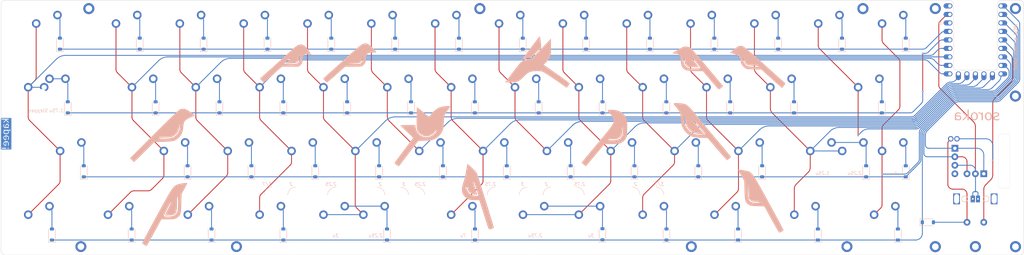
<source format=kicad_pcb>
(kicad_pcb (version 20240108) (generator "pcbnew") (generator_version "8.0")
  (layers (0 "F.Cu" signal) (31 "B.Cu" signal) (34 "B.Paste" user) (35 "F.Paste" user) (36 "B.SilkS" user "B.Silkscreen") (37 "F.SilkS" user "F.Silkscreen") (38 "B.Mask" user) (39 "F.Mask" user) (44 "Edge.Cuts" user))
  (net 0 "")
  (net 1 "ROW0")
  (net 2 "Net-(D1-A)")
  (net 3 "Net-(D2-A)")
  (net 4 "Net-(D3-A)")
  (net 5 "Net-(D4-A)")
  (net 6 "Net-(D5-A)")
  (net 7 "Net-(D6-A)")
  (net 8 "Net-(D7-A)")
  (net 9 "Net-(D8-A)")
  (net 10 "Net-(D9-A)")
  (net 11 "Net-(D10-A)")
  (net 12 "Net-(D11-A)")
  (net 13 "Net-(D12-A)")
  (net 14 "Net-(D13-A)")
  (net 15 "Net-(D14-A)")
  (net 16 "ROW1")
  (net 17 "Net-(D15-A)")
  (net 18 "Net-(D16-A)")
  (net 19 "Net-(D17-A)")
  (net 20 "Net-(D18-A)")
  (net 21 "Net-(D19-A)")
  (net 22 "Net-(D20-A)")
  (net 23 "Net-(D21-A)")
  (net 24 "Net-(D22-A)")
  (net 25 "Net-(D23-A)")
  (net 26 "Net-(D24-A)")
  (net 27 "Net-(D25-A)")
  (net 28 "Net-(D26-A)")
  (net 29 "Net-(D27-A)")
  (net 30 "ROW2")
  (net 31 "Net-(D28-A)")
  (net 32 "Net-(D29-A)")
  (net 33 "Net-(D30-A)")
  (net 34 "Net-(D31-A)")
  (net 35 "Net-(D32-A)")
  (net 36 "Net-(D33-A)")
  (net 37 "Net-(D34-A)")
  (net 38 "Net-(D35-A)")
  (net 39 "Net-(D36-A)")
  (net 40 "Net-(D37-A)")
  (net 41 "Net-(D38-A)")
  (net 42 "Net-(D39-A)")
  (net 43 "Net-(D41-A)")
  (net 44 "ROW3")
  (net 45 "Net-(D42-A)")
  (net 46 "Net-(D43-A)")
  (net 47 "Net-(D44-A)")
  (net 48 "Net-(D45-A)")
  (net 49 "Net-(D46-A)")
  (net 50 "Net-(D47-A)")
  (net 51 "Net-(D48-A)")
  (net 52 "Net-(D49-A)")
  (net 53 "Net-(D50-A)")
  (net 54 "Net-(D51-A)")
  (net 55 "Net-(D52-A)")
  (net 56 "Net-(D40-A)")
  (net 57 "ENC_CCW")
  (net 58 "ENC_CW")
  (net 59 "GND")
  (net 60 "COL0")
  (net 61 "COL1")
  (net 62 "COL2")
  (net 63 "COL3")
  (net 64 "COL4")
  (net 65 "COL5")
  (net 66 "COL6")
  (net 67 "COL7")
  (net 68 "COL8")
  (net 69 "COL9")
  (net 70 "COL10")
  (net 71 "COL11")
  (net 72 "COL13")
  (net 73 "COL12")
  (footprint "kapee-keeb-parts:MX125" (layer "F.Cu") (at 86.995 89.37625)
    (property "Reference" "SW15" (hide yes))
    (property "Value" "Stepped")
  )
  (footprint "kapee-keeb-parts:" (layer "F.Cu") (at 98.896119 134.476257)
    (property "Reference" "")
    (property "Value" "")
  )
  (footprint "kapee-keeb-parts:" (layer "F.Cu") (at 377.758619 89.478093)
    (property "Reference" "")
    (property "Value" "")
  )
  (footprint "kapee-keeb-parts:MX100" (layer "F.Cu") (at 308.45125 89.37625)
    (property "Reference" "SW26" (hide yes))
    (property "Value" "MX100")
  )
  (footprint "kapee-keeb-parts:MX100" (layer "F.Cu") (at 227.48875 70.32625)
    (property "Reference" "SW8" (hide yes))
    (property "Value" "MX100")
  )
  (footprint "kapee-keeb-parts:MCU_rp2040-zero-tht" (layer "F.Cu") (at 365.82415 72.68)
    (property "Reference" "U1" (hide yes))
    (property "Value" "RP2040-Zero" (hide yes))
  )
  (footprint "kapee-keeb-parts:MX100" (layer "F.Cu") (at 222.72625 108.42625)
    (property "Reference" "SW34" (hide yes))
    (property "Value" "MX100")
  )
  (footprint "kapee-keeb-parts:" (layer "F.Cu") (at 217.958619 63.326251)
    (property "Reference" "")
    (property "Value" "")
  )
  (footprint "kapee-keeb-parts:MX100" (layer "F.Cu") (at 279.87625 108.42625)
    (property "Reference" "SW37" (hide yes))
    (property "Value" "MX100")
  )
  (footprint "kapee-keeb-parts:MX275R" (layer "F.Cu") (at 234.6325 127.47625)
    (property "Reference" "SW54" (hide yes))
    (property "Value" "2.75u")
  )
  (footprint "kapee-keeb-parts:MX100" (layer "F.Cu") (at 194.15125 89.37625)
    (property "Reference" "SW20" (hide yes))
    (property "Value" "MX100")
  )
  (footprint "kapee-keeb-parts:MX100" (layer "F.Cu") (at 189.38875 70.32625)
    (property "Reference" "SW6" (hide yes))
    (property "Value" "MX100")
  )
  (footprint "kapee-keeb-parts:MX100" (layer "F.Cu") (at 303.68875 70.32625)
    (property "Reference" "SW12" (hide yes))
    (property "Value" "MX100")
  )
  (footprint "kapee-keeb-parts:MX100" (layer "F.Cu") (at 260.82625 108.42625)
    (property "Reference" "SW36" (hide yes))
    (property "Value" "MX100")
  )
  (footprint "kapee-keeb-parts:" (layer "F.Cu") (at 353.864619 63.301251)
    (property "Reference" "")
    (property "Value" "")
  )
  (footprint "kapee-keeb-parts:MX225R" (layer "F.Cu") (at 187.0075 127.47625)
    (property "Reference" "SW47" (hide yes))
    (property "Value" "2.25u")
  )
  (footprint "kapee-keeb-parts:MX300R" (layer "F.Cu") (at 175.10125 127.47625)
    (property "Reference" "SW46" (hide yes))
    (property "Value" "3u")
  )
  (footprint "kapee-keeb-parts:EVQWGD001" (layer "F.Cu") (at 365.82325 112.1)
    (property "Reference" "SW3" (hide yes))
    (property "Value" "Rotary_Encoder_Switch" (hide yes))
    (fp_line (start 6.9 4.5) (end 6.9 -10.9) (stroke (width 0.05)) (layer "Edge.Cuts"))
    (fp_line (start 7.3 -11.3) (end 9.9 -11.3) (stroke (width 0.05)) (layer "Edge.Cuts"))
    (fp_line (start 9.9 4.9) (end 7.3 4.9) (stroke (width 0.05)) (layer "Edge.Cuts"))
    (fp_line (start 10.3 -10.9) (end 10.3 4.5) (stroke (width 0.05)) (layer "Edge.Cuts"))
    (fp_arc (start 6.9 -10.9) (mid 7.017157 -11.182843) (end 7.3 -11.3) (stroke (width 0.05)) (layer "Edge.Cuts"))
    (fp_arc (start 7.3 4.9) (mid 7.017157 4.782843) (end 6.9 4.5) (stroke (width 0.05)) (layer "Edge.Cuts"))
    (fp_arc (start 9.9 -11.3) (mid 10.182843 -11.182843) (end 10.3 -10.9) (stroke (width 0.05)) (layer "Edge.Cuts"))
    (fp_arc (start 10.3 4.5) (mid 10.182843 4.782843) (end 9.9 4.9) (stroke (width 0.05)) (layer "Edge.Cuts"))
  )
  (footprint "enki_lib:SW_3x4x2_2legs_x2" (layer "F.Cu") (at 368.997 120.222 180)
    (property "Reference" "RSW1" (hide yes))
    (property "Value" "SW_PUSH" (hide yes))
  )
  (footprint "kapee-keeb-parts:MX100" (layer "F.Cu") (at 270.35125 89.37625)
    (property "Reference" "SW24" (hide yes))
    (property "Value" "MX100")
  )
  (footprint "kapee-keeb-parts:" (layer "F.Cu") (at 365.824119 134.476253)
    (property "Reference" "MP" (hide yes))
    (property "Value" "")
  )
  (footprint "kapee-keeb-parts:MX175" (layer "F.Cu") (at 334.645 89.37625)
    (property "Reference" "SW27" (hide yes))
    (property "Value" "MX175")
  )
  (footprint "kapee-keeb-parts:MX100" (layer "F.Cu") (at 208.43875 70.32625)
    (property "Reference" "SW7" (hide yes))
    (property "Value" "MX100")
  )
  (footprint "kapee-keeb-parts:MX100" (layer "F.Cu") (at 246.53875 70.32625)
    (property "Reference" "SW9" (hide yes))
    (property "Value" "MX100")
  )
  (footprint "kapee-keeb-parts:MX125" (layer "F.Cu") (at 320.3575 108.42625)
    (property "Reference" "SW39" (hide yes))
    (property "Value" "1.25u")
  )
  (footprint "kapee-keeb-parts:MX100" (layer "F.Cu") (at 184.62625 108.42625)
    (property "Reference" "SW32" (hide yes))
    (property "Value" "MX100")
  )
  (footprint "kapee-keeb-parts:MX100" (layer "F.Cu") (at 146.52625 108.42625)
    (property "Reference" "SW30" (hide yes))
    (property "Value" "MX100")
  )
  (footprint "kapee-keeb-parts:RotaryEncoder_Alps_EC11E-Switch_Vertical_H20mm" (layer "F.Cu") (at 368.32415 112.71 -90)
    (property "Reference" "SW55" (hide yes))
    (property "Value" "RotaryEncoder_Switch" (hide yes))
  )
  (footprint "kapee-keeb-parts:MX100" (layer "F.Cu") (at 117.95125 89.37625)
    (property "Reference" "SW16" (hide yes))
    (property "Value" "MX100")
  )
  (footprint "kapee-keeb-parts:MX100" (layer "F.Cu") (at 127.47625 108.42625)
    (property "Reference" "SW29" (hide yes))
    (property "Value" "MX100")
  )
  (footprint "kapee-keeb-parts:" (layer "F.Cu") (at 281.062369 134.476257)
    (property "Reference" "")
    (property "Value" "")
  )
  (footprint "kapee-keeb-parts:MX100" (layer "F.Cu") (at 251.30125 89.37625)
    (property "Reference" "SW23" (hide yes))
    (property "Value" "MX100")
  )
  (footprint "enki_lib:SW_3x4x2_2legs_x2" (layer "F.Cu") (at 362.642 120.222 180)
    (property "Reference" "RSW1" (hide yes))
    (property "Value" "SW_PUSH" (hide yes))
  )
  (footprint "kapee-keeb-parts:" (layer "F.Cu") (at 101.267974 63.326251)
    (property "Reference" "")
    (property "Value" "")
  )
  (footprint "kapee-keeb-parts:MX100" (layer "F.Cu") (at 156.05125 127.47625)
    (property "Reference" "SW45" (hide yes))
    (property "Value" "MX100")
  )
  (footprint "kapee-keeb-parts:" (layer "F.Cu") (at 377.783619 134.501255)
    (property "Reference" "")
    (property "Value" "")
  )
  (footprint "kapee-keeb-parts:" (layer "F.Cu") (at 377.783619 63.301251)
    (property "Reference" "")
    (property "Value" "")
  )
  (footprint "kapee-keeb-parts:" (layer "F.Cu") (at 332.258619 63.326249)
    (property "Reference" "")
    (property "Value" "")
  )
  (footprint "kapee-keeb-parts:MX200R" (layer "F.Cu") (at 175.10125 127.47625)
    (property "Reference" "SW**" (hide yes))
    (property "Value" "MX200R")
  )
  (footprint "kapee-keeb-parts:MX100" (layer "F.Cu") (at 341.78875 70.32625)
    (property "Reference" "SW14" (hide yes))
    (property "Value" "MX100")
  )
  (footprint "kapee-keeb-parts:MX100" (layer "F.Cu") (at 232.25125 89.37625)
    (property "Reference" "SW22" (hide yes))
    (property "Value" "MX100")
  )
  (footprint "kapee-keeb-parts:MX125" (layer "F.Cu") (at 315.595 127.47625)
    (property "Reference" "SW52" (hide yes))
    (property "Value" "MX125")
  )
  (footprint "kapee-keeb-parts:MX100" (layer "F.Cu") (at 156.05125 89.37625)
    (property "Reference" "SW18" (hide yes))
    (property "Value" "MX100")
  )
  (footprint "kapee-keeb-parts:MX100" (layer "F.Cu") (at 137.00125 89.37625)
    (property "Reference" "SW17" (hide yes))
    (property "Value" "MX100")
  )
  (footprint "kapee-keeb-parts:" (layer "F.Cu") (at 353.864619 134.501253)
    (property "Reference" "")
    (property "Value" "")
  )
  (footprint "kapee-keeb-parts:MX225" (layer "F.Cu") (at 329.8825 108.42625)
    (property "Reference" "SW40" (hide yes))
    (property "Value" "2.25u")
  )
  (footprint "kapee-keeb-parts:MX100" (layer "F.Cu") (at 170.33875 70.32625)
    (property "Reference" "SW5" (hide yes))
    (property "Value" "MX100")
  )
  (footprint "kapee-keeb-parts:MX100" (layer "F.Cu") (at 113.18875 70.32625)
    (property "Reference" "SW2" (hide yes))
    (property "Value" "MX100")
  )
  (footprint "kapee-keeb-parts:MX100" (layer "F.Cu") (at 165.57625 108.42625)
    (property "Reference" "SW31" (hide yes))
    (property "Value" "MX100")
  )
  (footprint "kapee-keeb-parts:" (layer "F.Cu") (at 145.329869 134.476257)
    (property "Reference" "")
    (property "Value" "")
  )
  (footprint "kapee-keeb-parts:MX100" (layer "F.Cu") (at 175.10125 89.37625)
    (property "Reference" "SW19" (hide yes))
    (property "Value" "MX100")
  )
  (footprint "kapee-keeb-parts:MX300R" (layer "F.Cu") (at 251.30125 127.47625)
    (property "Reference" "SW49" (hide yes))
    (property "Value" "3u")
  )
  (footprint "kapee-keeb-parts:MX100" (layer "F.Cu") (at 270.35125 127.47625)
    (property "Reference" "SW50" (hide yes))
    (property "Value" "MX100")
  )
  (footprint "kapee-keeb-parts:MX225" (layer "F.Cu") (at 96.52 108.42625)
    (property "Reference" "SW28" (hide yes))
    (property "Value" "MX225R")
  )
  (footprint "kapee-keeb-parts:MX125" (layer "F.Cu") (at 291.7825 127.47625)
    (property "Reference" "SW51" (hide yes))
    (property "Value" "MX125")
  )
  (footprint "kapee-keeb-parts:MX100" (layer "F.Cu") (at 213.20125 127.47625)
    (property "Reference" "SW48" (hide yes))
    (property "Value" "7u")
  )
  (footprint "kapee-keeb-parts:MX100" (layer "F.Cu") (at 265.58875 70.32625)
    (property "Reference" "SW10" (hide yes))
    (property "Value" "MX100")
  )
  (footprint "kapee-keeb-parts:MX100" (layer "F.Cu") (at 132.23875 70.32625)
    (property "Reference" "SW3" (hide yes))
    (property "Value" "MX100")
  )
  (footprint "kapee-keeb-parts:MX125" (layer "F.Cu") (at 134.62 127.47625)
    (property "Reference" "SW44" (hide yes))
    (property "Value" "MX125")
  )
  (footprint "kapee-keeb-parts:MX125" (layer "F.Cu") (at 86.995 127.47625)
    (property "Reference" "SW42" (hide yes))
    (property "Value" "MX125")
  )
  (footprint "kapee-keeb-parts:MX100" (layer "F.Cu") (at 284.63875 70.32625)
    (property "Reference" "SW11" (hide yes))
    (property "Value" "MX100")
  )
  (footprint "kapee-keeb-parts:MX100" (layer "F.Cu") (at 322.73875 70.32625)
    (property "Reference" "SW13" (hide yes))
    (property "Value" "MX100")
  )
  (footprint "kapee-keeb-parts:MX150" (layer "F.Cu") (at 89.37625 70.32625)
    (property "Reference" "SW1" (hide yes))
    (property "Value" "MX150")
  )
  (footprint "kapee-keeb-parts:MX175" (layer "F.Cu") (at 91.7575 89.37625)
    (property "Reference" "SW55" (hide yes))
    (property "Value" "1.75u")
  )
  (footprint "kapee-keeb-parts:MX200R" (layer "F.Cu") (at 251.30125 127.47625)
    (property "Reference" "SW**" (hide yes))
    (property "Value" "MX200R")
  )
  (footprint "kapee-keeb-parts:MX100" (layer "F.Cu") (at 341.78875 108.42625)
    (property "Reference" "SW41" (hide yes))
    (property "Value" "1u")
  )
  (footprint "kapee-keeb-parts:MX100" (layer "F.Cu") (at 213.20125 89.37625)
    (property "Reference" "SW21" (hide yes))
    (property "Value" "MX100")
  )
  (footprint "kapee-keeb-parts:MX100" (layer "F.Cu") (at 289.40125 89.37625)
    (property "Reference" "SW25" (hide yes))
    (property "Value" "MX100")
  )
  (footprint "kapee-keeb-parts:MX100" (layer "F.Cu") (at 151.28875 70.32625)
    (property "Reference" "SW4" (hide yes))
    (property "Value" "MX100")
  )
  (footprint "kapee-keeb-parts:MX125" (layer "F.Cu") (at 110.8075 127.47625)
    (property "Reference" "SW43" (hide yes))
    (property "Value" "MX125")
  )
  (footprint "kapee-keeb-parts:MX100" (layer "F.Cu") (at 203.67625 108.42625)
    (property "Reference" "SW33" (hide yes))
    (property "Value" "MX100")
  )
  (footprint "kapee-keeb-parts:" (layer "F.Cu") (at 327.496119 134.476257)
    (property "Reference" "")
    (property "Value" "")
  )
  (footprint "kapee-keeb-parts:MX100" (layer "F.Cu") (at 241.77625 108.42625)
    (property "Reference" "SW35" (hide yes))
    (property "Value" "MX100")
  )
  (footprint "kapee-keeb-parts:MX125" (layer "F.Cu") (at 339.4075 127.47625)
    (property "Reference" "SW53" (hide yes))
    (property "Value" "MX125")
  )
  (footprint "kapee-keeb-parts:MX100" (layer "F.Cu") (at 298.92625 108.42625)
    (property "Reference" "SW38" (hide yes))
    (property "Value" "MX100")
  )
  (footprint "kapee-keeb-parts:D_SOD-123" (layer "B.Cu") (at 149.78875 111.97 90)
    (property "Reference" "D30" (hide yes))
    (property "Value" "1N4148W")
  )
  (footprint "kapee-keeb-parts:D_SOD-123" (layer "B.Cu") (at 292.65625 92.85 90)
    (property "Reference" "D25" (hide yes))
    (property "Value" "1N4148W")
  )
  (footprint "kapee-keeb-parts:D_SOD-123" (layer "B.Cu") (at 342.7 130.86 90)
    (property "Reference" "D42" (hide yes))
    (property "Value" "1N4148W" (hide yes))
  )
  (footprint "kapee-keeb-parts:D_SOD-123" (layer "B.Cu") (at 273.60625 92.85 90)
    (property "Reference" "D24" (hide yes))
    (property "Value" "1N4148W")
  )
  (footprint "kapee-keeb-parts:D_SOD-123" (layer "B.Cu") (at 173.61875 73.81 90)
    (property "Reference" "D5" (hide yes))
    (property "Value" "1N4148W")
  )
  (footprint "kapee-keeb-parts:D_SOD-123" (layer "B.Cu") (at 190.25 130.86 90)
    (property "Reference" "D48" (hide yes))
    (property "Value" "1N4148W")
  )
  (footprint "kapee-keeb-parts:D_SOD-123" (layer "B.Cu") (at 121.20625 92.85 90)
    (property "Reference" "D16" (hide yes))
    (property "Value" "1N4148W")
  )
  (footprint "kapee-keeb-parts:D_SOD-123" (layer "B.Cu") (at 114.05625 130.86 90)
    (property "Reference" "D51" (hide yes))
    (property "Value" "1N4148W")
  )
  (footprint "kapee-keeb-parts:D_SOD-123" (layer "B.Cu") (at 159.30625 92.85 90)
    (property "Reference" "D18" (hide yes))
    (property "Value" "1N4148W")
  )
  (footprint "kapee-keeb-parts:D_SOD-123" (layer "B.Cu") (at 287.91875 73.81 90)
    (property "Reference" "D11" (hide yes))
    (property "Value" "1N4148W")
  )
  (footprint "kapee-keeb-parts:D_SOD-123" (layer "B.Cu") (at 326.01875 73.81 90)
    (property "Reference" "D13" (hide yes))
    (property "Value" "1N4148W")
  )
  (footprint "kapee-keeb-parts:D_SOD-123" (layer "B.Cu") (at 283.13875 111.97 90)
    (property "Reference" "D37" (hide yes))
    (property "Value" "1N4148W")
  )
  (footprint "kapee-keeb-parts:D_SOD-123" (layer "B.Cu") (at 318.82875 130.86 90)
    (property "Reference" "D43" (hide yes))
    (property "Value" "1N4148W")
  )
  (footprint "kapee-keeb-parts:D_SOD-123" (layer "B.Cu") (at 140.25625 92.85 90)
    (property "Reference" "D17" (hide yes))
    (property "Value" "1N4148W")
  )
  (footprint "kapee-keeb-parts:D_SOD-123" (layer "B.Cu") (at 254.55625 92.85 90)
    (property "Reference" "D23" (hide yes))
    (property "Value" "1N4148W")
  )
  (footprint "kapee-keeb-parts:D_SOD-123" (layer "B.Cu") (at 216.5 130.86 90)
    (property "Reference" "D47" (hide yes))
    (property "Value" "1N4148W")
  )
  (footprint "kapee-keeb-parts:D_SOD-123" (layer "B.Cu") (at 230.76875 73.81 90)
    (property "Reference" "D8" (hide yes))
    (property "Value" "1N4148W")
  )
  (footprint "kapee-keeb-parts:D_SOD-123" (layer "B.Cu") (at 154.56875 73.81 90)
    (property "Reference" "D4" (hide yes))
    (property "Value" "1N4148W")
  )
  (footprint "kapee-keeb-parts:D_SOD-123" (layer "B.Cu") (at 197.40625 92.85 90)
    (property "Reference" "D20" (hide yes))
    (property "Value" "1N4148W")
  )
  (footprint "kapee-keeb-parts:D_SOD-123" (layer "B.Cu") (at 211.71875 73.81 90)
    (property "Reference" "D7" (hide yes))
    (property "Value" "1N4148W")
  )
  (footprint "kapee-keeb-parts:D_SOD-123" (layer "B.Cu") (at 245.03875 111.97 90)
    (property "Reference" "D35" (hide yes))
    (property "Value" "1N4148W")
  )
  (footprint "kapee-keeb-parts:D_SOD-123" (layer "B.Cu") (at 351.65 127.21)
    (property "Reference" "D40" (hide yes))
    (property "Value" "1N4148W" (hide yes))
  )
  (footprint "kapee-keeb-parts:D_SOD-123" (layer "B.Cu") (at 206.93875 111.97 90)
    (property "Reference" "D33" (hide yes))
    (property "Value" "1N4148W")
  )
  (footprint "kapee-keeb-parts:D_SOD-123" (layer "B.Cu") (at 273.64625 130.86 90)
    (property "Reference" "D45" (hide yes))
    (property "Value" "1N4148W")
  )
  (footprint "kapee-keeb-parts:D_SOD-123" (layer "B.Cu") (at 187.88875 111.97 90)
    (property "Reference" "D32" (hide yes))
    (property "Value" "1N4148W")
  )
  (footprint "kapee-keeb-parts:D_SOD-123" (layer "B.Cu") (at 137.88875 130.86 90)
    (property "Reference" "D50" (hide yes))
    (property "Value" "1N4148W")
  )
  (footprint "kapee-keeb-parts:D_SOD-123" (layer "B.Cu") (at 264.08875 111.97 90)
    (property "Reference" "D36" (hide yes))
    (property "Value" "1N4148W")
  )
  (footprint "kapee-keeb-parts:D_SOD-123" (layer "B.Cu") (at 92.65 73.81 90)
    (property "Reference" "D1" (hide yes))
    (property "Value" "1N4148W")
  )
  (footprint "kapee-keeb-parts:D_SOD-123" (layer "B.Cu") (at 333.22 111.97 90)
    (property "Reference" "D39" (hide yes))
    (property "Value" "1N4148W")
  )
  (footprint "kapee-keeb-parts:D_SOD-123" (layer "B.Cu") (at 345.05 111.97 90)
    (property "Reference" "D41" (hide yes))
    (property "Value" "1N4148W")
  )
  (footprint "kapee-keeb-parts:D_SOD-123" (layer "B.Cu") (at 254.53875 130.785 90)
    (property "Reference" "D46" (hide yes))
    (property "Value" "1N4148W")
  )
  (footprint "kapee-keeb-parts:D_SOD-123" (layer "B.Cu") (at 235.50625 92.85 90)
    (property "Reference" "D22" (hide yes))
    (property "Value" "1N4148W")
  )
  (footprint "kapee-keeb-parts:D_SOD-123" (layer "B.Cu") (at 99.76625 111.97 90)
    (property "Reference" "D28" (hide yes))
    (property "Value" "1N4148W")
  )
  (footprint "kapee-keeb-parts:D_SOD-123" (layer "B.Cu") (at 306.96875 73.81 90)
    (property "Reference" "D12" (hide yes))
    (property "Value" "1N4148W")
  )
  (footprint "kapee-keeb-parts:D_SOD-123" (layer "B.Cu") (at 337.9 92.85 90)
    (property "Reference" "D27" (hide yes))
    (property "Value" "1N4148W")
  )
  (footprint "kapee-keeb-parts:D_SOD-123" (layer "B.Cu") (at 95 92.85 90)
    (property "Reference" "D15" (hide yes))
    (property "Value" "1N4148W")
  )
  (footprint "kapee-keeb-parts:D_SOD-123" (layer "B.Cu") (at 90.26 130.86 90)
    (property "Reference" "D52" (hide yes))
    (property "Value" "1N4148W")
  )
  (footprint "kapee-keeb-parts:D_SOD-123" (layer "B.Cu") (at 116.46875 73.81 90)
    (property "Reference" "D2" (hide yes))
    (property "Value" "1N4148W")
  )
  (footprint "kapee-keeb-parts:D_SOD-123" (layer "B.Cu") (at 302.18875 111.97 90)
    (property "Reference" "D38" (hide yes))
    (property "Value" "1N4148W")
  )
  (footprint "kapee-keeb-parts:D_SOD-123" (layer "B.Cu") (at 225.98875 111.97 90)
    (property "Reference" "D34" (hide yes))
    (property "Value" "1N4148W")
  )
  (footprint "kapee-keeb-parts:D_SOD-123" (layer "B.Cu") (at 311.70625 92.85 90)
    (property "Reference" "D26" (hide yes))
    (property "Value" "1N4148W")
  )
  (footprint "kapee-keeb-parts:D_SOD-123" (layer "B.Cu") (at 192.66875 73.81 90)
    (property "Reference" "D6" (hide yes))
    (property "Value" "1N4148W")
  )
  (footprint "kapee-keeb-parts:D_SOD-123" (layer "B.Cu") (at 178.35625 92.85 90)
    (property "Reference" "D19" (hide yes))
    (property "Value" "1N4148W")
  )
  (footprint "kapee-keeb-parts:D_SOD-123" (layer "B.Cu") (at 216.45625 92.85 90)
    (property "Reference" "D21" (hide yes))
    (property "Value" "1N4148W")
  )
  (footprint "kapee-keeb-parts:D_SOD-123" (layer "B.Cu") (at 249.65875 73.81 90)
    (property "Reference" "D9" (hide yes))
    (property "Value" "1N4148W")
  )
  (footprint "kapee-keeb-parts:D_SOD-123" (layer "B.Cu") (at 135.51875 73.81 90)
    (property "Reference" "D3" (hide yes))
    (property "Value" "1N4148W")
  )
  (footprint "kapee-keeb-parts:D_SOD-123" (layer "B.Cu") (at 159.31625 130.86 90)
    (property "Reference" "D49" (hide yes))
    (property "Value" "1N4148W")
  )
  (footprint "kapee-keeb-parts:D_SOD-123" (layer "B.Cu") (at 268.70625 73.81 90)
    (property "Reference" "D10" (hide yes))
    (property "Value" "1N4148W")
  )
  (footprint "kapee-keeb-parts:D_SOD-123" (layer "B.Cu") (at 168.83875 111.97 90)
    (property "Reference" "D31" (hide yes))
    (property "Value" "1N4148W")
  )
  (footprint "kapee-keeb-parts:D_SOD-123" (layer "B.Cu") (at 295.00875 130.86 90)
    (property "Reference" "D44" (hide yes))
    (property "Value" "1N4148W")
  )
  (footprint "kapee-keeb-parts:D_SOD-123" (layer "B.Cu") (at 130.73875 111.97 90)
    (property "Reference" "D29" (hide yes))
    (property "Value" "1N4148W")
  )
  (footprint "kapee-keeb-parts:D_SOD-123" (layer "B.Cu") (at 345.05 73.8 90)
    (property "Reference" "D14" (hide yes))
    (property "Value" "1N4148W")
  )
  (footprint "LOGO" (layer "B.Cu") (at 216.2 101.4 180)
    (property "Reference" "G***" (hide yes))
    (property "Value" "LOGO" (hide yes))
  )
  (gr_line (start 371.597619 81.701253) (end 360.097619 81.701253) (stroke (width 0.1)) (layer "Edge.Cuts"))
  (gr_line (start 76.383619 137) (end 378.983619 137) (stroke (width 0.1)) (layer "Edge.Cuts"))
  (gr_line (start 378.983619 60.801249) (end 373.697619 60.801249) (stroke (width 0.1)) (layer "Edge.Cuts"))
  (gr_line (start 371.775636 81.681239) (end 371.597619 81.701253) (stroke (width 0.1)) (layer "Edge.Cuts"))
  (gr_arc (start 76.383619 137) (mid 75.46438 136.619239) (end 75.083619 135.7) (stroke (width 0.1)) (layer "Edge.Cuts"))
  (gr_line (start 372.397619 80.901253) (end 372.377552 81.079271) (stroke (width 0.1)) (layer "Edge.Cuts"))
  (gr_line (start 372.318381 81.248363) (end 372.223072 81.400051) (stroke (width 0.1)) (layer "Edge.Cuts"))
  (gr_line (start 359.317618 81.079275) (end 359.297619 80.901253) (stroke (width 0.1)) (layer "Edge.Cuts"))
  (gr_line (start 355.3 60.801249) (end 76.383619 60.801249) (stroke (width 0.1)) (layer "Edge.Cuts"))
  (gr_line (start 359.750496 81.622035) (end 359.598802 81.526727) (stroke (width 0.1)) (layer "Edge.Cuts"))
  (gr_line (start 359.598802 81.526727) (end 359.472118 81.400055) (stroke (width 0.1)) (layer "Edge.Cuts"))
  (gr_line (start 372.223072 81.400051) (end 372.096402 81.526731) (stroke (width 0.1)) (layer "Edge.Cuts"))
  (gr_line (start 372.377552 81.079271) (end 372.318381 81.248363) (stroke (width 0.1)) (layer "Edge.Cuts"))
  (gr_arc (start 372.397619 62.101249) (mid 372.778364 61.181985) (end 373.697619 60.801249) (stroke (width 0.1)) (layer "Edge.Cuts"))
  (gr_line (start 359.297619 80.9) (end 359.297619 62.101249) (stroke (width 0.1)) (layer "Edge.Cuts"))
  (gr_line (start 359.376797 81.248369) (end 359.317618 81.079275) (stroke (width 0.1)) (layer "Edge.Cuts"))
  (gr_arc (start 380.283619 135.7) (mid 379.902859 136.619246) (end 378.983619 137) (stroke (width 0.1)) (layer "Edge.Cuts"))
  (gr_line (start 75.083619 135.7) (end 75.083619 62.101249) (stroke (width 0.1)) (layer "Edge.Cuts"))
  (gr_line (start 355.3 60.801249) (end 357.997619 60.801249) (stroke (width 0.1)) (layer "Edge.Cuts"))
  (gr_arc (start 75.083619 62.101249) (mid 75.464364 61.181985) (end 76.383619 60.801249) (stroke (width 0.1)) (layer "Edge.Cuts"))
  (gr_line (start 360.097619 81.701253) (end 359.919595 81.681199) (stroke (width 0.1)) (layer "Edge.Cuts"))
  (gr_line (start 359.472118 81.400055) (end 359.376797 81.248369) (stroke (width 0.1)) (layer "Edge.Cuts"))
  (gr_line (start 372.397619 80.901253) (end 372.397619 62.101249) (stroke (width 0.1)) (layer "Edge.Cuts"))
  (gr_arc (start 378.983619 60.801249) (mid 379.902858 61.18201) (end 380.283619 62.101249) (stroke (width 0.1)) (layer "Edge.Cuts"))
  (gr_arc (start 357.997619 60.801249) (mid 358.916828 61.18202) (end 359.297619 62.101249) (stroke (width 0.1)) (layer "Edge.Cuts"))
  (gr_line (start 371.944722 81.622054) (end 371.775636 81.681239) (stroke (width 0.1)) (layer "Edge.Cuts"))
  (gr_line (start 372.096402 81.526731) (end 371.944722 81.622054) (stroke (width 0.1)) (layer "Edge.Cuts"))
  (gr_line (start 359.919595 81.681199) (end 359.750496 81.622035) (stroke (width 0.1)) (layer "Edge.Cuts"))
  (gr_line (start 380.283619 62.101249) (end 380.283619 135.7) (stroke (width 0.1)) (layer "Edge.Cuts"))
  (gr_text "kapee!" (at 77.7 96 90) (layer "B.Cu" knockout) (effects (font (size 2 2) (thickness 0.25) (italic yes)) (justify left bottom mirror)))
  (gr_text "MCU on this side!" (at 378.4 67.8 90) (layer "B.SilkS") (effects (font (size 1 1) (thickness 0.15) (italic yes)) (justify left bottom mirror)))
  (gr_text "3V" (at 354.45 67.65 0) (layer "B.SilkS") (effects (font (size 0.8 0.8) (thickness 0.1)) (justify right mirror)))
  (gr_text "soroka" (at 373.179279 97.2 0) (layer "B.SilkS") (effects (font (size 3 3) (thickness 0.5)) (justify left bottom mirror)))
  (segment (start 345.05 75.45) (end 92.66 75.45) (width 0.25) (layer "B.Cu") (net 1))
  (segment (start 356.375913 70.141937) (end 358.569813 70.141937) (width 0.25) (layer "B.Cu") (net 1))
  (segment (start 351.18934 75.01066) (end 355.62066 70.57934) (width 0.25) (layer "B.Cu") (net 1))
  (segment (start 345.05 75.45) (end 350.12868 75.45) (width 0.25) (layer "B.Cu") (net 1))
  (arc (start 355.62066 70.57934) (mid 356.107295 70.254181) (end 356.68132 70.14) (width 0.25) (layer "B.Cu") (net 1))
  (arc (start 351.18934 75.01066) (mid 350.702705 75.335819) (end 350.12868 75.45) (width 0.25) (layer "B.Cu") (net 1))
  (segment (start 92.65 66.808427) (end 92.65 72.16) (width 0.25) (layer "B.Cu") (net 2))
  (arc (start 92.65 66.808427) (mid 92.497759 66.04306) (end 92.064213 65.394213) (width 0.25) (layer "B.Cu") (net 2))
  (segment (start 116.46875 66.814677) (end 116.46875 72.16) (width 0.25) (layer "B.Cu") (net 3))
  (arc (start 116.46875 66.814677) (mid 116.316509 66.04931) (end 115.882963 65.400463) (width 0.25) (layer "B.Cu") (net 3))
  (segment (start 135.51875 66.814677) (end 135.51875 72.16) (width 0.25) (layer "B.Cu") (net 4))
  (arc (start 135.51875 66.814677) (mid 135.366509 66.04931) (end 134.932963 65.400463) (width 0.25) (layer "B.Cu") (net 4))
  (segment (start 154.56875 66.814677) (end 154.56875 72.16) (width 0.25) (layer "B.Cu") (net 5))
  (arc (start 154.56875 66.814677) (mid 154.416509 66.04931) (end 153.982963 65.400463) (width 0.25) (layer "B.Cu") (net 5))
  (segment (start 173.61875 66.814677) (end 173.61875 72.16) (width 0.25) (layer "B.Cu") (net 6))
  (arc (start 173.61875 66.814677) (mid 173.466509 66.04931) (end 173.032963 65.400463) (width 0.25) (layer "B.Cu") (net 6))
  (segment (start 192.66875 66.814677) (end 192.66875 72.16) (width 0.25) (layer "B.Cu") (net 7))
  (arc (start 192.66875 66.814677) (mid 192.516509 66.04931) (end 192.082963 65.400463) (width 0.25) (layer "B.Cu") (net 7))
  (segment (start 211.71875 66.814677) (end 211.71875 72.16) (width 0.25) (layer "B.Cu") (net 8))
  (arc (start 211.71875 66.814677) (mid 211.566509 66.04931) (end 211.132963 65.400463) (width 0.25) (layer "B.Cu") (net 8))
  (segment (start 230.76875 66.814677) (end 230.76875 72.16) (width 0.25) (layer "B.Cu") (net 9))
  (arc (start 230.76875 66.814677) (mid 230.616509 66.04931) (end 230.182963 65.400463) (width 0.25) (layer "B.Cu") (net 9))
  (segment (start 249.65875 66.240464) (end 249.65875 72.16) (width 0.25) (layer "B.Cu") (net 10))
  (arc (start 249.65875 66.240464) (mid 249.58263 65.85778) (end 249.365857 65.533357) (width 0.25) (layer "B.Cu") (net 10))
  (segment (start 268.70625 66.237964) (end 268.70625 72.16) (width 0.25) (layer "B.Cu") (net 11))
  (arc (start 268.70625 66.237964) (mid 268.63013 65.85528) (end 268.413357 65.530857) (width 0.25) (layer "B.Cu") (net 11))
  (segment (start 287.91875 66.814677) (end 287.91875 72.16) (width 0.25) (layer "B.Cu") (net 12))
  (arc (start 287.91875 66.814677) (mid 287.766509 66.04931) (end 287.332963 65.400463) (width 0.25) (layer "B.Cu") (net 12))
  (segment (start 306.96875 66.814677) (end 306.96875 72.16) (width 0.25) (layer "B.Cu") (net 13))
  (arc (start 306.96875 66.814677) (mid 306.816509 66.04931) (end 306.382963 65.400463) (width 0.25) (layer "B.Cu") (net 13))
  (segment (start 326.01875 66.814677) (end 326.01875 72.16) (width 0.25) (layer "B.Cu") (net 14))
  (arc (start 326.01875 66.814677) (mid 325.866509 66.04931) (end 325.432963 65.400463) (width 0.25) (layer "B.Cu") (net 14))
  (segment (start 345.05 66.795927) (end 345.05 72.15) (width 0.25) (layer "B.Cu") (net 15))
  (arc (start 345.05 66.795927) (mid 344.897759 66.03056) (end 344.464213 65.381713) (width 0.25) (layer "B.Cu") (net 15))
  (segment (start 350.1 88.1) (end 350.1 76.7355) (width 0.25) (layer "F.Cu") (net 16))
  (via (at 350.1 76.7355) (size 0.5) (drill 0.3) (layers "F.Cu" "B.Cu") (net 16))
  (via (at 350.1 88.1) (size 0.5) (drill 0.3) (layers "F.Cu" "B.Cu") (net 16))
  (segment (start 337.9 94.5) (end 95 94.5) (width 0.25) (layer "B.Cu") (net 16))
  (segment (start 350.1 90.67868) (end 350.1 88.1) (width 0.25) (layer "B.Cu") (net 16))
  (segment (start 354.98066 73.11934) (end 351.80384 76.29616) (width 0.25) (layer "B.Cu") (net 16))
  (segment (start 337.9 94.5) (end 346.27868 94.5) (width 0.25) (layer "B.Cu") (net 16))
  (segment (start 356.04132 72.68) (end 358.20415 72.68) (width 0.25) (layer "B.Cu") (net 16))
  (segment (start 349.66066 91.73934) (end 347.33934 94.06066) (width 0.25) (layer "B.Cu") (net 16))
  (segment (start 350.1 76.7355) (end 350.74318 76.7355) (width 0.25) (layer "B.Cu") (net 16))
  (arc (start 351.80384 76.29616) (mid 351.317205 76.621319) (end 350.74318 76.7355) (width 0.25) (layer "B.Cu") (net 16))
  (arc (start 350.1 90.67868) (mid 349.985819 91.252705) (end 349.66066 91.73934) (width 0.25) (layer "B.Cu") (net 16))
  (arc (start 346.27868 94.5) (mid 346.852705 94.385819) (end 347.33934 94.06066) (width 0.25) (layer "B.Cu") (net 16))
  (arc (start 354.98066 73.11934) (mid 355.467295 72.794181) (end 356.04132 72.68) (width 0.25) (layer "B.Cu") (net 16))
  (segment (start 95 85.827177) (end 95 91.2) (width 0.25) (layer "B.Cu") (net 17))
  (segment (start 94.2975 84.29625) (end 89.535 84.29625) (width 0.25) (layer "B.Cu") (net 17))
  (arc (start 95 85.827177) (mid 94.847759 85.06181) (end 94.414213 84.412963) (width 0.25) (layer "B.Cu") (net 17))
  (segment (start 121.20625 85.839677) (end 121.20625 91.2) (width 0.25) (layer "B.Cu") (net 18))
  (arc (start 121.20625 85.839677) (mid 121.054009 85.07431) (end 120.620463 84.425463) (width 0.25) (layer "B.Cu") (net 18))
  (segment (start 140.25625 85.839677) (end 140.25625 91.2) (width 0.25) (layer "B.Cu") (net 19))
  (arc (start 140.25625 85.839677) (mid 140.104009 85.07431) (end 139.670463 84.425463) (width 0.25) (layer "B.Cu") (net 19))
  (segment (start 159.30625 85.839677) (end 159.30625 91.2) (width 0.25) (layer "B.Cu") (net 20))
  (arc (start 159.30625 85.839677) (mid 159.154009 85.07431) (end 158.720463 84.425463) (width 0.25) (layer "B.Cu") (net 20))
  (segment (start 178.35625 85.839677) (end 178.35625 91.2) (width 0.25) (layer "B.Cu") (net 21))
  (arc (start 178.35625 85.839677) (mid 178.204009 85.07431) (end 177.770463 84.425463) (width 0.25) (layer "B.Cu") (net 21))
  (segment (start 197.40625 85.839677) (end 197.40625 91.2) (width 0.25) (layer "B.Cu") (net 22))
  (arc (start 197.40625 85.839677) (mid 197.254009 85.07431) (end 196.820463 84.425463) (width 0.25) (layer "B.Cu") (net 22))
  (segment (start 216.45625 85.839677) (end 216.45625 91.2) (width 0.25) (layer "B.Cu") (net 23))
  (arc (start 216.45625 85.839677) (mid 216.304009 85.07431) (end 215.870463 84.425463) (width 0.25) (layer "B.Cu") (net 23))
  (segment (start 235.50625 85.839677) (end 235.50625 91.2) (width 0.25) (layer "B.Cu") (net 24))
  (arc (start 235.50625 85.839677) (mid 235.354009 85.07431) (end 234.920463 84.425463) (width 0.25) (layer "B.Cu") (net 24))
  (segment (start 254.55625 85.839677) (end 254.55625 91.2) (width 0.25) (layer "B.Cu") (net 25))
  (arc (start 254.55625 85.839677) (mid 254.404009 85.07431) (end 253.970463 84.425463) (width 0.25) (layer "B.Cu") (net 25))
  (segment (start 273.60625 85.839677) (end 273.60625 91.2) (width 0.25) (layer "B.Cu") (net 26))
  (arc (start 273.60625 85.839677) (mid 273.454009 85.07431) (end 273.020463 84.425463) (width 0.25) (layer "B.Cu") (net 26))
  (segment (start 292.65625 85.839677) (end 292.65625 91.2) (width 0.25) (layer "B.Cu") (net 27))
  (arc (start 292.65625 85.839677) (mid 292.504009 85.07431) (end 292.070463 84.425463) (width 0.25) (layer "B.Cu") (net 27))
  (segment (start 311.70625 85.839677) (end 311.70625 91.2) (width 0.25) (layer "B.Cu") (net 28))
  (arc (start 311.70625 85.839677) (mid 311.554009 85.07431) (end 311.120463 84.425463) (width 0.25) (layer "B.Cu") (net 28))
  (segment (start 337.9 85.839677) (end 337.9 91.2) (width 0.25) (layer "B.Cu") (net 29))
  (arc (start 337.9 85.839677) (mid 337.747759 85.07431) (end 337.314213 84.425463) (width 0.25) (layer "B.Cu") (net 29))
  (segment (start 349.55 108.49868) (end 349.55 100.642387) (width 0.25) (layer "B.Cu") (net 30))
  (segment (start 377.7 74.02132) (end 377.7 83.824264) (width 0.25) (layer "B.Cu") (net 30))
  (segment (start 345.05 113.62) (end 349.11066 109.55934) (width 0.25) (layer "B.Cu") (net 30))
  (segment (start 377.26066 72.96066) (end 374.87934 70.57934) (width 0.25) (layer "B.Cu") (net 30))
  (segment (start 130.73875 113.62) (end 99.76625 113.62) (width 0.25) (layer "B.Cu") (net 30))
  (segment (start 130.73875 113.62) (end 149.78875 113.62) (width 0.25) (layer "B.Cu") (net 30))
  (segment (start 360.392387 89.8) (end 371.517157 89.8) (width 0.25) (layer "B.Cu") (net 30))
  (segment (start 345.05 113.62) (end 149.78875 113.62) (width 0.25) (layer "B.Cu") (net 30))
  (segment (start 372.931371 89.214213) (end 377.26066 84.884924) (width 0.25) (layer "B.Cu") (net 30))
  (segment (start 358.978174 90.385786) (end 350.135787 99.228173) (width 0.25) (layer "B.Cu") (net 30))
  (arc (start 377.26066 72.96066) (mid 377.585819 73.447295) (end 377.7 74.02132) (width 0.25) (layer "B.Cu") (net 30))
  (arc (start 349.55 108.49868) (mid 349.435819 109.072705) (end 349.11066 109.55934) (width 0.25) (layer "B.Cu") (net 30))
  (arc (start 360.392387 89.8) (mid 359.62702 89.952241) (end 358.978174 90.385786) (width 0.25) (layer "B.Cu") (net 30))
  (arc (start 377.7 83.824264) (mid 377.585819 84.398289) (end 377.26066 84.884924) (width 0.25) (layer "B.Cu") (net 30))
  (arc (start 350.135787 99.228173) (mid 349.702241 99.87702) (end 349.55 100.642387) (width 0.25) (layer "B.Cu") (net 30))
  (arc (start 372.931371 89.214213) (mid 372.282524 89.647759) (end 371.517157 89.8) (width 0.25) (layer "B.Cu") (net 30))
  (segment (start 99.76625 104.880927) (end 99.76625 110.32) (width 0.25) (layer "B.Cu") (net 31))
  (arc (start 99.76625 104.880927) (mid 99.614009 104.11556) (end 99.180463 103.466713) (width 0.25) (layer "B.Cu") (net 31))
  (segment (start 130.73875 104.897177) (end 130.73875 110.32) (width 0.25) (layer "B.Cu") (net 32))
  (arc (start 130.73875 104.897177) (mid 130.586509 104.13181) (end 130.152963 103.482963) (width 0.25) (layer "B.Cu") (net 32))
  (segment (start 149.78875 104.897177) (end 149.78875 110.32) (width 0.25) (layer "B.Cu") (net 33))
  (arc (start 149.78875 104.897177) (mid 149.636509 104.13181) (end 149.202963 103.482963) (width 0.25) (layer "B.Cu") (net 33))
  (segment (start 168.83875 104.897177) (end 168.83875 110.32) (width 0.25) (layer "B.Cu") (net 34))
  (arc (start 168.83875 104.897177) (mid 168.686509 104.13181) (end 168.252963 103.482963) (width 0.25) (layer "B.Cu") (net 34))
  (segment (start 187.88875 104.897177) (end 187.88875 110.32) (width 0.25) (layer "B.Cu") (net 35))
  (arc (start 187.88875 104.897177) (mid 187.736509 104.13181) (end 187.302963 103.482963) (width 0.25) (layer "B.Cu") (net 35))
  (segment (start 206.93875 104.897177) (end 206.93875 110.32) (width 0.25) (layer "B.Cu") (net 36))
  (arc (start 206.93875 104.897177) (mid 206.786509 104.13181) (end 206.352963 103.482963) (width 0.25) (layer "B.Cu") (net 36))
  (segment (start 225.98875 104.897177) (end 225.98875 110.32) (width 0.25) (layer "B.Cu") (net 37))
  (arc (start 225.98875 104.897177) (mid 225.836509 104.13181) (end 225.402963 103.482963) (width 0.25) (layer "B.Cu") (net 37))
  (segment (start 245.03875 104.897177) (end 245.03875 110.32) (width 0.25) (layer "B.Cu") (net 38))
  (arc (start 245.03875 104.897177) (mid 244.886509 104.13181) (end 244.452963 103.482963) (width 0.25) (layer "B.Cu") (net 38))
  (segment (start 264.08875 104.897177) (end 264.08875 110.32) (width 0.25) (layer "B.Cu") (net 39))
  (arc (start 264.08875 104.897177) (mid 263.936509 104.13181) (end 263.502963 103.482963) (width 0.25) (layer "B.Cu") (net 39))
  (segment (start 283.13875 104.897177) (end 283.13875 110.32) (width 0.25) (layer "B.Cu") (net 40))
  (arc (start 283.13875 104.897177) (mid 282.986509 104.13181) (end 282.552963 103.482963) (width 0.25) (layer "B.Cu") (net 40))
  (segment (start 302.18875 104.897177) (end 302.18875 110.32) (width 0.25) (layer "B.Cu") (net 41))
  (arc (start 302.18875 104.897177) (mid 302.036509 104.13181) (end 301.602963 103.482963) (width 0.25) (layer "B.Cu") (net 41))
  (segment (start 333.22 104.557964) (end 333.22 110.32) (width 0.25) (layer "B.Cu") (net 42))
  (segment (start 322.8975 103.34625) (end 332.4225 103.34625) (width 0.25) (layer "B.Cu") (net 42))
  (arc (start 333.22 104.557964) (mid 333.14388 104.17528) (end 332.927107 103.850857) (width 0.25) (layer "B.Cu") (net 42))
  (segment (start 345.05 104.895927) (end 345.05 110.24) (width 0.25) (layer "B.Cu") (net 43))
  (arc (start 345.05 104.895927) (mid 344.897759 104.13056) (end 344.464213 103.481713) (width 0.25) (layer "B.Cu") (net 43))
  (segment (start 378.15 84.01066) (end 378.15 71.87132) (width 0.25) (layer "B.Cu") (net 44))
  (segment (start 359.16457 90.835786) (end 350.585787 99.414569) (width 0.25) (layer "B.Cu") (net 44))
  (segment (start 216.5 132.51) (end 342.7 132.51) (width 0.25) (layer "B.Cu") (net 44))
  (segment (start 216.5 132.51) (end 90.26 132.51) (width 0.25) (layer "B.Cu") (net 44))
  (segment (start 348 132.51) (end 342.7 132.51) (width 0.25) (layer "B.Cu") (net 44))
  (segment (start 350 127.3) (end 350 130.51) (width 0.25) (layer "B.Cu") (net 44))
  (segment (start 350 127.3) (end 350 100.828783) (width 0.25) (layer "B.Cu") (net 44))
  (segment (start 377.71066 85.07132) (end 373.117767 89.664213) (width 0.25) (layer "B.Cu") (net 44))
  (segment (start 377.71066 70.81066) (end 374.93934 68.03934) (width 0.25) (layer "B.Cu") (net 44))
  (segment (start 360.578783 90.25) (end 371.703553 90.25) (width 0.25) (layer "B.Cu") (net 44))
  (arc (start 350 100.828783) (mid 350.152241 100.063416) (end 350.585787 99.414569) (width 0.25) (layer "B.Cu") (net 44))
  (arc (start 360.578783 90.25) (mid 359.813416 90.402241) (end 359.16457 90.835786) (width 0.25) (layer "B.Cu") (net 44))
  (arc (start 377.71066 85.07132) (mid 378.035819 84.584685) (end 378.15 84.01066) (width 0.25) (layer "B.Cu") (net 44))
  (arc (start 371.703553 90.25) (mid 372.46892 90.097759) (end 373.117767 89.664213) (width 0.25) (layer "B.Cu") (net 44))
  (arc (start 348 132.51) (mid 349.414214 131.924214) (end 350 130.51) (width 0.25) (layer "B.Cu") (net 44))
  (arc (start 377.71066 70.81066) (mid 378.035819 71.297295) (end 378.15 71.87132) (width 0.25) (layer "B.Cu") (net 44))
  (segment (start 342.7 123.977177) (end 342.7 129.21) (width 0.25) (layer "B.Cu") (net 45))
  (arc (start 342.7 123.977177) (mid 342.547759 123.21181) (end 342.114213 122.562963) (width 0.25) (layer "B.Cu") (net 45))
  (segment (start 318.82875 123.918427) (end 318.82875 129.21) (width 0.25) (layer "B.Cu") (net 46))
  (arc (start 318.82875 123.918427) (mid 318.676509 123.15306) (end 318.242963 122.504213) (width 0.25) (layer "B.Cu") (net 46))
  (segment (start 295.00875 123.910927) (end 295.00875 129.21) (width 0.25) (layer "B.Cu") (net 47))
  (arc (start 295.00875 123.910927) (mid 294.856509 123.14556) (end 294.422963 122.496713) (width 0.25) (layer "B.Cu") (net 47))
  (segment (start 273.64625 123.979677) (end 273.64625 129.21) (width 0.25) (layer "B.Cu") (net 48))
  (arc (start 273.64625 123.979677) (mid 273.494009 123.21431) (end 273.060463 122.565463) (width 0.25) (layer "B.Cu") (net 48))
  (segment (start 253.84125 122.39625) (end 237.1725 122.39625) (width 0.25) (layer "B.Cu") (net 49))
  (segment (start 254.53875 123.922177) (end 254.53875 129.135) (width 0.25) (layer "B.Cu") (net 49))
  (arc (start 254.53875 123.922177) (mid 254.386509 123.15681) (end 253.952963 122.507963) (width 0.25) (layer "B.Cu") (net 49))
  (segment (start 216.5 123.983427) (end 216.5 129.21) (width 0.25) (layer "B.Cu") (net 50))
  (arc (start 216.5 123.983427) (mid 216.347759 123.21806) (end 215.914213 122.569213) (width 0.25) (layer "B.Cu") (net 50))
  (segment (start 189.5475 122.39625) (end 177.64125 122.39625) (width 0.25) (layer "B.Cu") (net 51))
  (segment (start 190.25 123.927177) (end 190.25 129.21) (width 0.25) (layer "B.Cu") (net 51))
  (arc (start 190.25 123.927177) (mid 190.097759 123.16181) (end 189.664213 122.512963) (width 0.25) (layer "B.Cu") (net 51))
  (segment (start 159.31625 123.949677) (end 159.31625 129.21) (width 0.25) (layer "B.Cu") (net 52))
  (arc (start 159.31625 123.949677) (mid 159.164009 123.18431) (end 158.730463 122.535463) (width 0.25) (layer "B.Cu") (net 52))
  (segment (start 137.88875 123.953427) (end 137.88875 129.21) (width 0.25) (layer "B.Cu") (net 53))
  (arc (start 137.88875 123.953427) (mid 137.736509 123.18806) (end 137.302963 122.539213) (width 0.25) (layer "B.Cu") (net 53))
  (segment (start 114.05625 123.933427) (end 114.05625 129.21) (width 0.25) (layer "B.Cu") (net 54))
  (arc (start 114.05625 123.933427) (mid 113.904009 123.16806) (end 113.470463 122.519213) (width 0.25) (layer "B.Cu") (net 54))
  (segment (start 90.26 123.949677) (end 90.26 129.21) (width 0.25) (layer "B.Cu") (net 55))
  (arc (start 90.26 123.949677) (mid 90.107759 123.18431) (end 89.674213 122.535463) (width 0.25) (layer "B.Cu") (net 55))
  (segment (start 363.32415 118.8) (end 363.32415 127.21) (width 0.25) (layer "F.Cu") (net 56))
  (segment (start 359.1 117.3) (end 361.82415 117.3) (width 0.25) (layer "F.Cu") (net 56))
  (segment (start 357.6 115.8) (end 357.6 103.74457) (width 0.25) (layer "F.Cu") (net 56))
  (arc (start 359.1 117.3) (mid 358.03934 116.86066) (end 357.6 115.8) (width 0.25) (layer "F.Cu") (net 56))
  (arc (start 357.6 103.74457) (mid 357.714181 103.170545) (end 358.03934 102.68391) (width 0.25) (layer "F.Cu") (net 56))
  (arc (start 361.82415 117.3) (mid 362.88481 117.73934) (end 363.32415 118.8) (width 0.25) (layer "F.Cu") (net 56))
  (segment (start 353.3 127.21) (end 363.32415 127.21) (width 0.25) (layer "B.Cu") (net 56))
  (segment (start 366.32415 105.09) (end 360.24825 105.09) (width 0.25) (layer "B.Cu") (net 57))
  (segment (start 351.485787 99.787361) (end 359.537362 91.735786) (width 0.25) (layer "B.Cu") (net 57))
  (segment (start 360.951575 91.15) (end 372.076345 91.15) (width 0.25) (layer "B.Cu") (net 57))
  (segment (start 373.490559 90.564213) (end 378.61066 85.444112) (width 0.25) (layer "B.Cu") (net 57))
  (segment (start 379.05 67.99632) (end 379.05 84.383452) (width 0.25) (layer "B.Cu") (net 57))
  (segment (start 350.9 101.201575) (end 350.9 104.09) (width 0.25) (layer "B.Cu") (net 57))
  (segment (start 368.32415 107.09) (end 368.32415 112.71) (width 0.25) (layer "B.Cu") (net 57))
  (segment (start 351.9 105.09) (end 360.24825 105.09) (width 0.25) (layer "B.Cu") (net 57))
  (segment (start 378.61066 66.93566) (end 374.63434 62.95934) (width 0.25) (layer "B.Cu") (net 57))
  (arc (start 350.9 101.201575) (mid 351.052241 100.436208) (end 351.485787 99.787361) (width 0.25) (layer "B.Cu") (net 57))
  (arc (start 351.9 105.09) (mid 351.192893 104.797107) (end 350.9 104.09) (width 0.25) (layer "B.Cu") (net 57))
  (arc (start 373.490559 90.564213) (mid 372.841712 90.997759) (end 372.076345 91.15) (width 0.25) (layer "B.Cu") (net 57))
  (arc (start 360.951575 91.15) (mid 360.186208 91.302241) (end 359.537362 91.735786) (width 0.25) (layer "B.Cu") (net 57))
  (arc (start 379.05 67.99632) (mid 378.935819 67.422295) (end 378.61066 66.93566) (width 0.25) (layer "B.Cu") (net 57))
  (arc (start 366.32415 105.09) (mid 367.738364 105.675786) (end 368.32415 107.09) (width 0.25) (layer "B.Cu") (net 57))
  (arc (start 378.61066 85.444112) (mid 378.935819 84.957477) (end 379.05 84.383452) (width 0.25) (layer "B.Cu") (net 57))
  (segment (start 361.82415 107.63) (end 360.24825 107.63) (width 0.25) (layer "F.Cu") (net 58))
  (segment (start 363.32415 109.13) (end 363.32415 112.71) (width 0.25) (layer "F.Cu") (net 58))
  (arc (start 361.82415 107.63) (mid 362.88481 108.06934) (end 363.32415 109.13) (width 0.25) (layer "F.Cu") (net 58))
  (segment (start 378.16066 68.76066) (end 374.89934 65.49934) (width 0.25) (layer "B.Cu") (net 58))
  (segment (start 378.16066 85.257716) (end 373.304163 90.114213) (width 0.25) (layer "B.Cu") (net 58))
  (segment (start 360.765179 90.7) (end 371.889949 90.7) (width 0.25) (layer "B.Cu") (net 58))
  (segment (start 350.45 101.015179) (end 350.45 106.63) (width 0.25) (layer "B.Cu") (net 58))
  (segment (start 351.45 107.63) (end 360.24825 107.63) (width 0.25) (layer "B.Cu") (net 58))
  (segment (start 359.350966 91.285786) (end 351.035787 99.600965) (width 0.25) (layer "B.Cu") (net 58))
  (segment (start 378.6 84.197056) (end 378.6 69.82132) (width 0.25) (layer "B.Cu") (net 58))
  (arc (start 351.45 107.63) (mid 350.742893 107.337107) (end 350.45 106.63) (width 0.25) (layer "B.Cu") (net 58))
  (arc (start 360.765179 90.7) (mid 359.999812 90.852241) (end 359.350966 91.285786) (width 0.25) (layer "B.Cu") (net 58))
  (arc (start 378.16066 68.76066) (mid 378.485819 69.247295) (end 378.6 69.82132) (width 0.25) (layer "B.Cu") (net 58))
  (arc (start 378.6 84.197056) (mid 378.485819 84.771081) (end 378.16066 85.257716) (width 0.25) (layer "B.Cu") (net 58))
  (arc (start 350.45 101.015179) (mid 350.602241 100.249812) (end 351.035787 99.600965) (width 0.25) (layer "B.Cu") (net 58))
  (arc (start 371.889949 90.7) (mid 372.655316 90.547759) (end 373.304163 90.114213) (width 0.25) (layer "B.Cu") (net 58))
  (segment (start 355.33934 87.23934) (end 365.238363 97.138363) (width 0.25) (layer "F.Cu") (net 59))
  (segment (start 355.33934 67.06066) (end 356.90066 65.49934) (width 0.25) (layer "F.Cu") (net 59))
  (segment (start 365.82415 98.552577) (end 365.82415 112.71) (width 0.25) (layer "F.Cu") (net 59))
  (segment (start 354.9 68.12132) (end 354.9 86.17868) (width 0.25) (layer "F.Cu") (net 59))
  (arc (start 355.33934 87.23934) (mid 355.014181 86.752705) (end 354.9 86.17868) (width 0.25) (layer "F.Cu") (net 59))
  (arc (start 354.9 68.12132) (mid 355.014181 67.547295) (end 355.33934 67.06066) (width 0.25) (layer "F.Cu") (net 59))
  (arc (start 365.82415 98.552577) (mid 365.671909 97.78721) (end 365.238363 97.138363) (width 0.25) (layer "F.Cu") (net 59))
  (segment (start 366.2299 118.0846) (end 365.4933 118.0846) (width 0.25) (layer "B.Cu") (net 59))
  (segment (start 365.046652 118.491525) (end 365.042 120.222) (width 0.25) (layer "B.Cu") (net 59))
  (segment (start 365.4933 118.0846) (end 365.454673 118.0846) (width 0.25) (layer "B.Cu") (net 59))
  (segment (start 366.597993 118.452899) (end 366.597 120.222) (width 0.25) (layer "B.Cu") (net 59))
  (segment (start 365.8616 117.7163) (end 365.8616 112.773931) (width 0.25) (layer "B.Cu") (net 59))
  (segment (start 364.32415 110.17) (end 360.24825 110.17) (width 0.25) (layer "B.Cu") (net 59))
  (segment (start 365.82415 112.683518) (end 365.82415 111.67) (width 0.25) (layer "B.Cu") (net 59))
  (arc (start 365.842875 112.728725) (mid 365.856733 112.749465) (end 365.8616 112.773931) (width 0.25) (layer "B.Cu") (net 59))
  (arc (start 366.597993 118.452899) (mid 366.490254 118.192484) (end 366.2299 118.0846) (width 0.25) (layer "B.Cu") (net 59))
  (arc (start 365.8616 117.7163) (mid 365.969472 117.976727) (end 366.2299 118.0846) (width 0.25) (layer "B.Cu") (net 59))
  (arc (start 364.32415 110.17) (mid 365.38481 110.60934) (end 365.82415 111.67) (width 0.25) (layer "B.Cu") (net 59))
  (arc (start 365.82415 112.683518) (mid 365.829016 112.707984) (end 365.842875 112.728725) (width 0.25) (layer "B.Cu") (net 59))
  (arc (start 365.454673 118.0846) (mid 365.166545 118.203719) (end 365.046652 118.491525) (width 0.25) (layer "B.Cu") (net 59))
  (arc (start 365.4933 118.0846) (mid 365.753727 117.976727) (end 365.8616 117.7163) (width 0.25) (layer "B.Cu") (net 59))
  (segment (start 83.62434 96.80059) (end 92.71 105.88625) (width 0.25) (layer "F.Cu") (net 60))
  (segment (start 83.185 95.73993) (end 83.185 86.83625) (width 0.25) (layer "F.Cu") (net 60))
  (segment (start 83.185 86.83625) (end 85.12691 84.89434) (width 0.25) (layer "F.Cu") (net 60))
  (segment (start 92.27066 115.85059) (end 83.185 124.93625) (width 0.25) (layer "F.Cu") (net 60))
  (segment (start 85.56625 83.83368) (end 85.56625 67.78625) (width 0.25) (layer "F.Cu") (net 60))
  (segment (start 92.71 114.78993) (end 92.71 105.88625) (width 0.25) (layer "F.Cu") (net 60))
  (arc (start 85.56625 83.83368) (mid 85.452069 84.407705) (end 85.12691 84.89434) (width 0.25) (layer "F.Cu") (net 60))
  (arc (start 92.71 114.78993) (mid 92.595819 115.363955) (end 92.27066 115.85059) (width 0.25) (layer "F.Cu") (net 60))
  (arc (start 83.185 95.73993) (mid 83.299181 96.313955) (end 83.62434 96.80059) (width 0.25) (layer "F.Cu") (net 60))
  (segment (start 353.42934 76.87066) (end 354.638723 75.661277) (width 0.25) (layer "B.Cu") (net 60))
  (segment (start 352.36868 77.31) (end 94.368104 77.31) (width 0.25) (layer "B.Cu") (net 60))
  (segment (start 356.199219 75.22) (end 358.57175 75.22) (width 0.25) (layer "B.Cu") (net 60))
  (segment (start 355.699383 75.221937) (end 356.194543 75.221937) (width 0.25) (layer "B.Cu") (net 60))
  (segment (start 91.539677 78.481573) (end 83.185 86.83625) (width 0.25) (layer "B.Cu") (net 60))
  (segment (start 83.185 86.83625) (end 87.9475 86.83625) (width 0.25) (layer "B.Cu") (net 60))
  (arc (start 91.539677 78.481573) (mid 92.83737 77.614482) (end 94.368104 77.31) (width 0.25) (layer "B.Cu") (net 60))
  (arc (start 355.699383 75.221937) (mid 355.125358 75.336118) (end 354.638723 75.661277) (width 0.25) (layer "B.Cu") (net 60))
  (arc (start 352.36868 77.31) (mid 352.942704 77.195813) (end 353.42934 76.87066) (width 0.25) (layer "B.Cu") (net 60))
  (arc (start 356.199219 75.22) (mid 356.197953 75.220251) (end 356.196881 75.220968) (width 0.25) (layer "B.Cu") (net 60))
  (arc (start 356.196881 75.220968) (mid 356.195808 75.221685) (end 356.194543 75.221937) (width 0.25) (layer "B.Cu") (net 60))
  (segment (start 114.58059 96.80059) (end 123.66625 105.88625) (width 0.25) (layer "F.Cu") (net 61))
  (segment (start 109.37875 81.45243) (end 109.37875 67.78625) (width 0.25) (layer "F.Cu") (net 61))
  (segment (start 113.69441 118.23934) (end 106.9975 124.93625) (width 0.25) (layer "F.Cu") (net 61))
  (segment (start 114.14125 86.83625) (end 114.14125 95.73993) (width 0.25) (layer "F.Cu") (net 61))
  (segment (start 114.14125 86.83625) (end 109.81809 82.51309) (width 0.25) (layer "F.Cu") (net 61))
  (segment (start 118.95868 117.8) (end 114.75507 117.8) (width 0.25) (layer "F.Cu") (net 61))
  (segment (start 123.22691 114.15309) (end 120.01934 117.36066) (width 0.25) (layer "F.Cu") (net 61))
  (segment (start 123.66625 105.88625) (end 123.66625 113.09243) (width 0.25) (layer "F.Cu") (net 61))
  (arc (start 113.69441 118.23934) (mid 114.181045 117.914181) (end 114.75507 117.8) (width 0.25) (layer "F.Cu") (net 61))
  (arc (start 118.95868 117.8) (mid 119.532705 117.685819) (end 120.01934 117.36066) (width 0.25) (layer "F.Cu") (net 61))
  (arc (start 114.58059 96.80059) (mid 114.255431 96.313955) (end 114.14125 95.73993) (width 0.25) (layer "F.Cu") (net 61))
  (arc (start 123.66625 113.09243) (mid 123.552069 113.666455) (end 123.22691 114.15309) (width 0.25) (layer "F.Cu") (net 61))
  (arc (start 109.37875 81.45243) (mid 109.492931 82.026455) (end 109.81809 82.51309) (width 0.25) (layer "F.Cu") (net 61))
  (segment (start 122.045927 78.931573) (end 114.14125 86.83625) (width 0.25) (layer "B.Cu") (net 61))
  (segment (start 124.874354 77.76) (end 358.57175 77.76) (width 0.25) (layer "B.Cu") (net 61))
  (arc (start 124.874354 77.76) (mid 123.34362 78.064482) (end 122.045927 78.931573) (width 0.25) (layer "B.Cu") (net 61))
  (segment (start 128.42875 81.45243) (end 128.42875 67.78625) (width 0.25) (layer "F.Cu") (net 62))
  (segment (start 142.71625 112.40868) (end 142.71625 105.88625) (width 0.25) (layer "F.Cu") (net 62))
  (segment (start 128.86809 82.51309) (end 133.19125 86.83625) (width 0.25) (layer "F.Cu") (net 62))
  (segment (start 142.27691 113.46934) (end 130.81 124.93625) (width 0.25) (layer "F.Cu") (net 62))
  (segment (start 133.63059 96.80059) (end 142.71625 105.88625) (width 0.25) (layer "F.Cu") (net 62))
  (segment (start 133.19125 95.73993) (end 133.19125 86.83625) (width 0.25) (layer "F.Cu") (net 62))
  (arc (start 142.71625 112.40868) (mid 142.602069 112.982705) (end 142.27691 113.46934) (width 0.25) (layer "F.Cu") (net 62))
  (arc (start 128.86809 82.51309) (mid 128.542931 82.026455) (end 128.42875 81.45243) (width 0.25) (layer "F.Cu") (net 62))
  (arc (start 133.63059 96.80059) (mid 133.305431 96.313955) (end 133.19125 95.73993) (width 0.25) (layer "F.Cu") (net 62))
  (segment (start 352.38868 78.21) (end 143.474354 78.21) (width 0.25) (layer "B.Cu") (net 62))
  (segment (start 140.645927 79.381573) (end 133.19125 86.83625) (width 0.25) (layer "B.Cu") (net 62))
  (segment (start 355.719383 80.298063) (end 358.569813 80.298063) (width 0.25) (layer "B.Cu") (net 62))
  (segment (start 354.658723 79.858723) (end 353.44934 78.64934) (width 0.25) (layer "B.Cu") (net 62))
  (arc (start 140.645927 79.381573) (mid 141.94362 78.514482) (end 143.474354 78.21) (width 0.25) (layer "B.Cu") (net 62))
  (arc (start 354.658723 79.858723) (mid 355.145358 80.183882) (end 355.719383 80.298063) (width 0.25) (layer "B.Cu") (net 62))
  (arc (start 352.38868 78.21) (mid 352.962705 78.324181) (end 353.44934 78.64934) (width 0.25) (layer "B.Cu") (net 62))
  (segment (start 147.91809 82.51309) (end 152.24125 86.83625) (width 0.25) (layer "F.Cu") (net 63))
  (segment (start 152.24125 119.88007) (end 152.24125 124.93625) (width 0.25) (layer "F.Cu") (net 63))
  (segment (start 152.24125 95.73993) (end 152.24125 86.83625) (width 0.25) (layer "F.Cu") (net 63))
  (segment (start 152.68059 118.81941) (end 161.32691 110.17309) (width 0.25) (layer "F.Cu") (net 63))
  (segment (start 152.68059 96.80059) (end 161.76625 105.88625) (width 0.25) (layer "F.Cu") (net 63))
  (segment (start 161.76625 109.11243) (end 161.76625 105.88625) (width 0.25) (layer "F.Cu") (net 63))
  (segment (start 147.47875 81.45243) (end 147.47875 67.78625) (width 0.25) (layer "F.Cu") (net 63))
  (arc (start 147.91809 82.51309) (mid 147.592931 82.026455) (end 147.47875 81.45243) (width 0.25) (layer "F.Cu") (net 63))
  (arc (start 161.32691 110.17309) (mid 161.652069 109.686455) (end 161.76625 109.11243) (width 0.25) (layer "F.Cu") (net 63))
  (arc (start 152.68059 118.81941) (mid 152.355431 119.306045) (end 152.24125 119.88007) (width 0.25) (layer "F.Cu") (net 63))
  (arc (start 152.24125 95.73993) (mid 152.355431 96.313955) (end 152.68059 96.80059) (width 0.25) (layer "F.Cu") (net 63))
  (segment (start 351.79934 79.09934) (end 355.098723 82.398723) (width 0.25) (layer "B.Cu") (net 63))
  (segment (start 162.074354 78.66) (end 350.73868 78.66) (width 0.25) (layer "B.Cu") (net 63))
  (segment (start 159.245927 79.831573) (end 152.24125 86.83625) (width 0.25) (layer "B.Cu") (net 63))
  (segment (start 356.159383 82.838063) (end 358.569813 82.838063) (width 0.25) (layer "B.Cu") (net 63))
  (arc (start 162.074354 78.66) (mid 160.54362 78.964482) (end 159.245927 79.831573) (width 0.25) (layer "B.Cu") (net 63))
  (arc (start 351.79934 79.09934) (mid 351.312705 78.774181) (end 350.73868 78.66) (width 0.25) (layer "B.Cu") (net 63))
  (arc (start 356.159383 82.838063) (mid 355.585358 82.723882) (end 355.098723 82.398723) (width 0.25) (layer "B.Cu") (net 63))
  (segment (start 171.29125 95.73993) (end 171.29125 86.83625) (width 0.25) (layer "F.Cu") (net 64))
  (segment (start 181.21149 122.95024) (end 183.1975 124.93625) (width 0.25) (layer "F.Cu") (net 64))
  (segment (start 166.96809 82.51309) (end 171.29125 86.83625) (width 0.25) (layer "F.Cu") (net 64))
  (segment (start 171.73059 96.80059) (end 180.81625 105.88625) (width 0.25) (layer "F.Cu") (net 64))
  (segment (start 180.77215 121.88958) (end 180.77215 105.93035) (width 0.25) (layer "F.Cu") (net 64))
  (segment (start 166.52875 81.45243) (end 166.52875 67.78625) (width 0.25) (layer "F.Cu") (net 64))
  (arc (start 171.29125 95.73993) (mid 171.405431 96.313955) (end 171.73059 96.80059) (width 0.25) (layer "F.Cu") (net 64))
  (arc (start 180.77215 121.88958) (mid 180.886331 122.463605) (end 181.21149 122.95024) (width 0.25) (layer "F.Cu") (net 64))
  (arc (start 166.52875 81.45243) (mid 166.642931 82.026455) (end 166.96809 82.51309) (width 0.25) (layer "F.Cu") (net 64))
  (segment (start 189.830927 96.871573) (end 180.81625 105.88625) (width 0.25) (layer "B.Cu") (net 64))
  (segment (start 346.67868 95.7) (end 192.659354 95.7) (width 0.25) (layer "B.Cu") (net 64))
  (segment (start 360.158364 84.491636) (end 359.930877 84.719123) (width 0.25) (layer "B.Cu") (net 64))
  (segment (start 347.73934 95.26066) (end 357.114214 85.885786) (width 0.25) (layer "B.Cu") (net 64))
  (segment (start 171.29125 124.93625) (end 183.1975 124.93625) (width 0.25) (layer "B.Cu") (net 64))
  (arc (start 358.528427 85.3) (mid 357.76306 85.452241) (end 357.114214 85.885786) (width 0.25) (layer "B.Cu") (net 64))
  (arc (start 346.67868 95.7) (mid 347.252705 95.585819) (end 347.73934 95.26066) (width 0.25) (layer "B.Cu") (net 64))
  (arc (start 360.158364 84.491636) (mid 360.591909 83.84279) (end 360.74415 83.077423) (width 0.25) (layer "B.Cu") (net 64))
  (arc (start 192.659354 95.7) (mid 191.12862 96.004482) (end 189.830927 96.871573) (width 0.25) (layer "B.Cu") (net 64))
  (arc (start 358.528427 85.3) (mid 359.287468 85.149035) (end 359.930877 84.719123) (width 0.25) (layer "B.Cu") (net 64))
  (segment (start 185.57875 81.245323) (end 185.57875 67.78625) (width 0.25) (layer "F.Cu") (net 65))
  (segment (start 190.34125 86.83625) (end 186.164536 82.659536) (width 0.25) (layer "F.Cu") (net 65))
  (segment (start 190.927036 96.947036) (end 199.86625 105.88625) (width 0.25) (layer "F.Cu") (net 65))
  (segment (start 190.34125 86.83625) (end 190.34125 95.532823) (width 0.25) (layer "F.Cu") (net 65))
  (arc (start 190.927036 96.947036) (mid 190.493491 96.29819) (end 190.34125 95.532823) (width 0.25) (layer "F.Cu") (net 65))
  (arc (start 186.164536 82.659536) (mid 185.730991 82.01069) (end 185.57875 81.245323) (width 0.25) (layer "F.Cu") (net 65))
  (segment (start 208.430927 97.321573) (end 199.86625 105.88625) (width 0.25) (layer "B.Cu") (net 65))
  (segment (start 362.698363 84.601637) (end 362.135786 85.164214) (width 0.25) (layer "B.Cu") (net 65))
  (segment (start 358.714823 85.75) (end 360.721573 85.75) (width 0.25) (layer "B.Cu") (net 65))
  (segment (start 347.925736 95.71066) (end 357.300609 86.335787) (width 0.25) (layer "B.Cu") (net 65))
  (segment (start 211.259354 96.15) (end 346.865076 96.15) (width 0.25) (layer "B.Cu") (net 65))
  (arc (start 358.714823 85.75) (mid 357.949456 85.902241) (end 357.300609 86.335787) (width 0.25) (layer "B.Cu") (net 65))
  (arc (start 208.430927 97.321573) (mid 209.72862 96.454482) (end 211.259354 96.15) (width 0.25) (layer "B.Cu") (net 65))
  (arc (start 362.698363 84.601637) (mid 363.131909 83.95279) (end 363.28415 83.187423) (width 0.25) (layer "B.Cu") (net 65))
  (arc (start 362.135786 85.164214) (mid 361.48694 85.597759) (end 360.721573 85.75) (width 0.25) (layer "B.Cu") (net 65))
  (arc (start 347.925736 95.71066) (mid 347.439101 96.035819) (end 346.865076 96.15) (width 0.25) (layer "B.Cu") (net 65))
  (segment (start 209.39125 86.83625) (end 205.02399 82.46899) (width 0.25) (layer "F.Cu") (net 66))
  (segment (start 209.39125 95.73993) (end 209.39125 86.83625) (width 0.25) (layer "F.Cu") (net 66))
  (segment (start 204.58465 81.40833) (end 204.58465 67.83035) (width 0.25) (layer "F.Cu") (net 66))
  (segment (start 218.47691 115.85059) (end 209.39125 124.93625) (width 0.25) (layer "F.Cu") (net 66))
  (segment (start 218.91625 105.88625) (end 218.91625 114.78993) (width 0.25) (layer "F.Cu") (net 66))
  (segment (start 209.83059 96.80059) (end 218.91625 105.88625) (width 0.25) (layer "F.Cu") (net 66))
  (arc (start 204.58465 81.40833) (mid 204.698831 81.982355) (end 205.02399 82.46899) (width 0.25) (layer "F.Cu") (net 66))
  (arc (start 209.39125 95.73993) (mid 209.505431 96.313955) (end 209.83059 96.80059) (width 0.25) (layer "F.Cu") (net 66))
  (arc (start 218.91625 114.78993) (mid 218.802069 115.363955) (end 218.47691 115.85059) (width 0.25) (layer "F.Cu") (net 66))
  (segment (start 348.123964 96.148828) (end 357.487005 86.785787) (width 0.25) (layer "B.Cu") (net 66))
  (segment (start 347.766484 96.416956) (end 347.696643 96.45254) (width 0.25) (layer "B.Cu") (net 66))
  (segment (start 347.47711 96.536812) (end 347.551661 96.512591) (width 0.25) (layer "B.Cu") (net 66))
  (segment (start 347.068328 96.599716) (end 347.083743 96.599456) (width 0.25) (layer "B.Cu") (net 66))
  (segment (start 362.971573 86.2) (end 358.901219 86.2) (width 0.25) (layer "B.Cu") (net 66))
  (segment (start 347.168857 96.59312) (end 347.114518 96.597857) (width 0.25) (layer "B.Cu") (net 66))
  (segment (start 364.385786 85.614214) (end 365.238363 84.761637) (width 0.25) (layer "B.Cu") (net 66))
  (segment (start 348.112065 96.160627) (end 348.109095 96.163547) (width 0.25) (layer "B.Cu") (net 66))
  (segment (start 347.324526 96.573441) (end 347.307995 96.576059) (width 0.25) (layer "B.Cu") (net 66))
  (segment (start 229.859354 96.6) (end 347.038836 96.6) (width 0.25) (layer "B.Cu") (net 66))
  (segment (start 347.900283 96.334966) (end 347.913683 96.325231) (width 0.25) (layer "B.Cu") (net 66))
  (segment (start 348.062879 96.206378) (end 348.024274 96.238796) (width 0.25) (layer "B.Cu") (net 66))
  (segment (start 347.047255 96.599964) (end 347.051464 96.599929) (width 0.25) (layer "B.Cu") (net 66))
  (segment (start 227.030927 97.771573) (end 218.91625 105.88625) (width 0.25) (layer "B.Cu") (net 66))
  (segment (start 348.092017 96.180112) (end 348.103132 96.169363) (width 0.25) (layer "B.Cu") (net 66))
  (arc (start 347.307995 96.576059) (mid 347.238576 96.585809) (end 347.168857 96.59312) (width 0.25) (layer "B.Cu") (net 66))
  (arc (start 347.068328 96.599716) (mid 347.059896 96.59984) (end 347.051464 96.599929) (width 0.25) (layer "B.Cu") (net 66))
  (arc (start 365.238363 84.761637) (mid 365.671909 84.11279) (end 365.82415 83.347423) (width 0.25) (layer "B.Cu") (net 66))
  (arc (start 347.324526 96.573441) (mid 347.401538 96.558124) (end 347.47711 96.536812) (width 0.25) (layer "B.Cu") (net 66))
  (arc (start 348.109095 96.163547) (mid 348.106119 96.166461) (end 348.103132 96.169363) (width 0.25) (layer "B.Cu") (net 66))
  (arc (start 348.024274 96.238796) (mid 347.969737 96.282984) (end 347.913683 96.325231) (width 0.25) (layer "B.Cu") (net 66))
  (arc (start 347.114518 96.597857) (mid 347.099144 96.598926) (end 347.083743 96.599456) (width 0.25) (layer "B.Cu") (net 66))
  (arc (start 364.385786 85.614214) (mid 363.73694 86.047759) (end 362.971573 86.2) (width 0.25) (layer "B.Cu") (net 66))
  (arc (start 229.859354 96.6) (mid 228.32862 96.904482) (end 227.030927 97.771573) (width 0.25) (layer "B.Cu") (net 66))
  (arc (start 347.900283 96.334966) (mid 347.834994 96.37859) (end 347.766484 96.416956) (width 0.25) (layer "B.Cu") (net 66))
  (arc (start 348.123964 96.148828) (mid 348.118027 96.15474) (end 348.112065 96.160627) (width 0.25) (layer "B.Cu") (net 66))
  (arc (start 358.901219 86.2) (mid 358.135852 86.352241) (end 357.487005 86.785787) (width 0.25) (layer "B.Cu") (net 66))
  (arc (start 347.696643 96.45254) (mid 347.625332 96.485414) (end 347.551661 96.512591) (width 0.25) (layer "B.Cu") (net 66))
  (arc (start 348.092017 96.180112) (mid 348.077678 96.1935) (end 348.062879 96.206378) (width 0.25) (layer "B.Cu") (net 66))
  (arc (start 347.047255 96.599964) (mid 347.043045 96.59999) (end 347.038836 96.6) (width 0.25) (layer "B.Cu") (net 66))
  (segment (start 224.11809 82.51309) (end 228.44125 86.83625) (width 0.25) (layer "F.Cu") (net 67))
  (segment (start 228.88059 96.80059) (end 237.96625 105.88625) (width 0.25) (layer "F.Cu") (net 67))
  (segment (start 223.67875 81.45243) (end 223.67875 67.78625) (width 0.25) (layer "F.Cu") (net 67))
  (segment (start 228.44125 95.73993) (end 228.44125 86.83625) (width 0.25) (layer "F.Cu") (net 67))
  (arc (start 224.11809 82.51309) (mid 223.792931 82.026455) (end 223.67875 81.45243) (width 0.25) (layer "F.Cu") (net 67))
  (arc (start 228.88059 96.80059) (mid 228.555431 96.313955) (end 228.44125 95.73993) (width 0.25) (layer "F.Cu") (net 67))
  (segment (start 247.583201 97.148302) (end 247.775708 97.110008) (width 0.25) (layer "B.Cu") (net 67))
  (segment (start 248.177035 97.0608) (end 247.969847 97.081209) (width 0.25) (layer "B.Cu") (net 67))
  (segment (start 347.22082 97.05) (end 248.471248 97.05) (width 0.25) (layer "B.Cu") (net 67))
  (segment (start 245.639539 98.213166) (end 245.7098 98.144576) (width 0.25) (layer "B.Cu") (net 67))
  (segment (start 245.622416 98.230084) (end 237.96625 105.88625) (width 0.25) (layer "B.Cu") (net 67))
  (segment (start 347.254913 97.049709) (end 347.316575 97.048657) (width 0.25) (layer "B.Cu") (net 67))
  (segment (start 357.673401 87.235787) (end 348.310465 96.598723) (width 0.25) (layer "B.Cu") (net 67))
  (segment (start 348.182048 96.715653) (end 348.150341 96.738689) (width 0.25) (layer "B.Cu") (net 67))
  (segment (start 246.156787 97.780606) (end 246.319984 97.671559) (width 0.25) (layer "B.Cu") (net 67))
  (segment (start 245.838088 98.029702) (end 245.999143 97.897525) (width 0.25) (layer "B.Cu") (net 67))
  (segment (start 247.204987 97.252973) (end 247.39281 97.195995) (width 0.25) (layer "B.Cu") (net 67))
  (segment (start 367.778363 84.671637) (end 366.385786 86.064214) (width 0.25) (layer "B.Cu") (net 67))
  (segment (start 246.838855 97.39421) (end 247.020191 97.319096) (width 0.25) (layer "B.Cu") (net 67))
  (segment (start 347.847823 96.920458) (end 347.882744 96.902666) (width 0.25) (layer "B.Cu") (net 67))
  (segment (start 347.775629 96.950359) (end 347.738352 96.962471) (width 0.25) (layer "B.Cu") (net 67))
  (segment (start 248.447461 97.050141) (end 248.3493 97.051309) (width 0.25) (layer "B.Cu") (net 67))
  (segment (start 246.661431 97.478128) (end 246.488332 97.570653) (width 0.25) (layer "B.Cu") (net 67))
  (segment (start 359.087615 86.65) (end 364.971573 86.65) (width 0.25) (layer "B.Cu") (net 67))
  (segment (start 347.433185 97.035729) (end 347.394474 97.041859) (width 0.25) (layer "B.Cu") (net 67))
  (segment (start 348.241932 96.665375) (end 348.28639 96.622395) (width 0.25) (layer "B.Cu") (net 67))
  (arc (start 246.156787 97.780606) (mid 246.07653 97.837131) (end 245.999143 97.897525) (width 0.25) (layer "B.Cu") (net 67))
  (arc (start 347.882744 96.902666) (mid 348.019764 96.825935) (end 348.150341 96.738689) (width 0.25) (layer "B.Cu") (net 67))
  (arc (start 248.471248 97.05) (mid 248.459354 97.050035) (end 248.447461 97.050141) (width 0.25) (layer "B.Cu") (net 67))
  (arc (start 367.778363 84.671637) (mid 368.211909 84.02279) (end 368.36415 83.257423) (width 0.25) (layer "B.Cu") (net 67))
  (arc (start 347.433185 97.035729) (mid 347.587208 97.005095) (end 347.738352 96.962471) (width 0.25) (layer "B.Cu") (net 67))
  (arc (start 245.639539 98.213166) (mid 245.630952 98.221599) (end 245.622416 98.230084) (width 0.25) (layer "B.Cu") (net 67))
  (arc (start 248.177035 97.0608) (mid 248.263065 97.054196) (end 248.3493 97.051309) (width 0.25) (layer "B.Cu") (net 67))
  (arc (start 347.847823 96.920458) (mid 347.812313 96.936827) (end 347.775629 96.950359) (width 0.25) (layer "B.Cu") (net 67))
  (arc (start 247.583201 97.148302) (mid 247.48742 97.169812) (end 247.39281 97.195995) (width 0.25) (layer "B.Cu") (net 67))
  (arc (start 247.775708 97.110008) (mid 247.872424 97.093226) (end 247.969847 97.081209) (width 0.25) (layer "B.Cu") (net 67))
  (arc (start 348.28639 96.622395) (mid 348.298477 96.61061) (end 348.310465 96.598723) (width 0.25) (layer "B.Cu") (net 67))
  (arc (start 348.241932 96.665375) (mid 348.212871 96.691564) (end 348.182048 96.715653) (width 0.25) (layer "B.Cu") (net 67))
  (arc (start 245.7098 98.144576) (mid 245.772707 98.085758) (end 245.838088 98.029702) (width 0.25) (layer "B.Cu") (net 67))
  (arc (start 246.838855 97.39421) (mid 246.749113 97.433991) (end 246.661431 97.478128) (width 0.25) (layer "B.Cu") (net 67))
  (arc (start 359.087615 86.65) (mid 358.322248 86.802241) (end 357.673401 87.235787) (width 0.25) (layer "B.Cu") (net 67))
  (arc (start 347.22082 97.05) (mid 347.237867 97.049927) (end 347.254913 97.049709) (width 0.25) (layer "B.Cu") (net 67))
  (arc (start 246.319984 97.671559) (mid 246.402919 97.61904) (end 246.488332 97.570653) (width 0.25) (layer "B.Cu") (net 67))
  (arc (start 364.971573 86.65) (mid 365.73694 86.497759) (end 366.385786 86.064214) (width 0.25) (layer "B.Cu") (net 67))
  (arc (start 247.020191 97.319096) (mid 247.111777 97.283766) (end 247.204987 97.252973) (width 0.25) (layer "B.Cu") (net 67))
  (arc (start 347.394474 97.041859) (mid 347.355643 97.046622) (end 347.316575 97.048657) (width 0.25) (layer "B.Cu") (net 67))
  (segment (start 256.57691 115.85059) (end 247.49125 124.93625) (width 0.25) (layer "F.Cu") (net 68))
  (segment (start 247.93059 96.80059) (end 257.01625 105.88625) (width 0.25) (layer "F.Cu") (net 68))
  (segment (start 247.49125 86.83625) (end 243.16809 82.51309) (width 0.25) (layer "F.Cu") (net 68))
  (segment (start 247.49125 95.73993) (end 247.49125 86.83625) (width 0.25) (layer "F.Cu") (net 68))
  (segment (start 257.01625 114.78993) (end 257.01625 105.88625) (width 0.25) (layer "F.Cu") (net 68))
  (segment (start 242.72875 81.45243) (end 242.72875 67.78625) (width 0.25) (layer "F.Cu") (net 68))
  (arc (start 242.72875 81.45243) (mid 242.842931 82.026455) (end 243.16809 82.51309) (width 0.25) (layer "F.Cu") (net 68))
  (arc (start 247.49125 95.73993) (mid 247.605431 96.313955) (end 247.93059 96.80059) (width 0.25) (layer "F.Cu") (net 68))
  (arc (start 257.01625 114.78993) (mid 256.902069 115.363955) (end 256.57691 115.85059) (width 0.25) (layer "F.Cu") (net 68))
  (segment (start 264.230927 98.671573) (end 257.01625 105.88625) (width 0.25) (layer "B.Cu") (net 68))
  (segment (start 230.8225 124.93625) (end 247.49125 124.93625) (width 0.25) (layer "B.Cu") (net 68))
  (segment (start 370.318363 84.631637) (end 368.435786 86.514214) (width 0.25) (layer "B.Cu") (net 68))
  (segment (start 348.484924 97.06066) (end 357.859797 87.685787) (width 0.25) (layer "B.Cu") (net 68))
  (segment (start 367.021573 87.1) (end 359.274011 87.1) (width 0.25) (layer "B.Cu") (net 68))
  (segment (start 347.424264 97.5) (end 267.059354 97.5) (width 0.25) (layer "B.Cu") (net 68))
  (arc (start 348.484924 97.06066) (mid 347.998289 97.385819) (end 347.424264 97.5) (width 0.25) (layer "B.Cu") (net 68))
  (arc (start 264.230927 98.671573) (mid 265.52862 97.804482) (end 267.059354 97.5) (width 0.25) (layer "B.Cu") (net 68))
  (arc (start 370.318363 84.631637) (mid 370.751909 83.98279) (end 370.90415 83.217423) (width 0.25) (layer "B.Cu") (net 68))
  (arc (start 368.435786 86.514214) (mid 367.78694 86.947759) (end 367.021573 87.1) (width 0.25) (layer "B.Cu") (net 68))
  (arc (start 359.274011 87.1) (mid 358.508644 87.252241) (end 357.859797 87.685787) (width 0.25) (layer "B.Cu") (net 68))
  (segment (start 276.06625 105.88625) (end 276.06625 109.097041) (width 0.25) (layer "F.Cu") (net 69))
  (segment (start 266.54125 86.83625) (end 266.54125 95.73993) (width 0.25) (layer "F.Cu") (net 69))
  (segment (start 266.54125 119.864681) (end 266.54125 124.93625) (width 0.25) (layer "F.Cu") (net 69))
  (segment (start 266.98059 96.80059) (end 276.06625 105.88625) (width 0.25) (layer "F.Cu") (net 69))
  (segment (start 275.62691 110.157701) (end 266.98059 118.804021) (width 0.25) (layer "F.Cu") (net 69))
  (segment (start 266.54125 86.83625) (end 262.21809 82.51309) (width 0.25) (layer "F.Cu") (net 69))
  (segment (start 261.77875 81.45243) (end 261.77875 67.78625) (width 0.25) (layer "F.Cu") (net 69))
  (arc (start 262.21809 82.51309) (mid 261.892931 82.026455) (end 261.77875 81.45243) (width 0.25) (layer "F.Cu") (net 69))
  (arc (start 275.62691 110.157701) (mid 275.952069 109.671066) (end 276.06625 109.097041) (width 0.25) (layer "F.Cu") (net 69))
  (arc (start 266.54125 119.864681) (mid 266.655431 119.290656) (end 266.98059 118.804021) (width 0.25) (layer "F.Cu") (net 69))
  (arc (start 266.98059 96.80059) (mid 266.655431 96.313955) (end 266.54125 95.73993) (width 0.25) (layer "F.Cu") (net 69))
  (segment (start 282.830927 99.121573) (end 276.06625 105.88625) (width 0.25) (layer "B.Cu") (net 69))
  (segment (start 369.471573 87.55) (end 359.460407 87.55) (width 0.25) (layer "B.Cu") (net 69))
  (segment (start 285.659354 97.95) (end 347.61066 97.95) (width 0.25) (layer "B.Cu") (net 69))
  (segment (start 370.885786 86.964214) (end 372.858363 84.991637) (width 0.25) (layer "B.Cu") (net 69))
  (segment (start 373.44415 83.577423) (end 373.44415 82.84) (width 0.25) (layer "B.Cu") (net 69))
  (segment (start 358.046193 88.135787) (end 348.67132 97.51066) (width 0.25) (layer "B.Cu") (net 69))
  (arc (start 372.858363 84.991637) (mid 373.291909 84.34279) (end 373.44415 83.577423) (width 0.25) (layer "B.Cu") (net 69))
  (arc (start 370.885786 86.964214) (mid 370.23694 87.397759) (end 369.471573 87.55) (width 0.25) (layer "B.Cu") (net 69))
  (arc (start 347.61066 97.95) (mid 348.184685 97.835819) (end 348.67132 97.51066) (width 0.25) (layer "B.Cu") (net 69))
  (arc (start 358.046193 88.135787) (mid 358.69504 87.702241) (end 359.460407 87.55) (width 0.25) (layer "B.Cu") (net 69))
  (arc (start 285.659354 97.95) (mid 284.12862 98.254482) (end 282.830927 99.121573) (width 0.25) (layer "B.Cu") (net 69))
  (segment (start 285.59125 86.83625) (end 285.59125 95.73993) (width 0.25) (layer "F.Cu") (net 70))
  (segment (start 295.11625 105.88625) (end 286.03059 96.80059) (width 0.25) (layer "F.Cu") (net 70))
  (segment (start 280.82875 81.45243) (end 280.82875 67.78625) (width 0.25) (layer "F.Cu") (net 70))
  (segment (start 294.67691 118.23184) (end 287.9725 124.93625) (width 0.25) (layer "F.Cu") (net 70))
  (segment (start 285.59125 86.83625) (end 281.26809 82.51309) (width 0.25) (layer "F.Cu") (net 70))
  (segment (start 295.11625 105.88625) (end 295.11625 117.17118) (width 0.25) (layer "F.Cu") (net 70))
  (arc (start 280.82875 81.45243) (mid 280.942931 82.026455) (end 281.26809 82.51309) (width 0.25) (layer "F.Cu") (net 70))
  (arc (start 294.67691 118.23184) (mid 295.002069 117.745205) (end 295.11625 117.17118) (width 0.25) (layer "F.Cu") (net 70))
  (arc (start 285.59125 95.73993) (mid 285.705431 96.313955) (end 286.03059 96.80059) (width 0.25) (layer "F.Cu") (net 70))
  (segment (start 375.46066 81.26066) (end 374.93934 80.73934) (width 0.25) (layer "B.Cu") (net 70))
  (segment (start 372.185786 87.414214) (end 375.46066 84.13934) (width 0.25) (layer "B.Cu") (net 70))
  (segment (start 301.430927 99.571573) (end 295.11625 105.88625) (width 0.25) (layer "B.Cu") (net 70))
  (segment (start 375.9 83.07868) (end 375.9 82.32132) (width 0.25) (layer "B.Cu") (net 70))
  (segment (start 347.797056 98.4) (end 304.259354 98.4) (width 0.25) (layer "B.Cu") (net 70))
  (segment (start 348.857716 97.96066) (end 358.232589 88.585787) (width 0.25) (layer "B.Cu") (net 70))
  (segment (start 359.646803 88) (end 370.771573 88) (width 0.25) (layer "B.Cu") (net 70))
  (arc (start 347.797056 98.4) (mid 348.371081 98.285819) (end 348.857716 97.96066) (width 0.25) (layer "B.Cu") (net 70))
  (arc (start 375.46066 81.26066) (mid 375.785819 81.747295) (end 375.9 82.32132) (width 0.25) (layer "B.Cu") (net 70))
  (arc (start 370.771573 88) (mid 371.53694 87.847759) (end 372.185786 87.414214) (width 0.25) (layer "B.Cu") (net 70))
  (arc (start 359.646803 88) (mid 358.881436 88.152241) (end 358.232589 88.585787) (width 0.25) (layer "B.Cu") (net 70))
  (arc (start 301.430927 99.571573) (mid 302.72862 98.704482) (end 304.259354 98.4) (width 0.25) (layer "B.Cu") (net 70))
  (arc (start 375.9 83.07868) (mid 375.785819 83.652705) (end 375.46066 84.13934) (width 0.25) (layer "B.Cu") (net 70))
  (segment (start 315.961713 112.238287) (end 312.370786 115.829214) (width 0.25) (layer "F.Cu") (net 71))
  (segment (start 316.5475 105.88625) (end 305.227036 94.565786) (width 0.25) (layer "F.Cu") (net 71))
  (segment (start 316.5475 105.88625) (end 316.5475 110.824073) (width 0.25) (layer "F.Cu") (net 71))
  (segment (start 299.87875 81.245323) (end 299.87875 67.78625) (width 0.25) (layer "F.Cu") (net 71))
  (segment (start 311.785 117.243427) (end 311.785 124.93625) (width 0.25) (layer "F.Cu") (net 71))
  (segment (start 304.64125 86.83625) (end 300.464536 82.659536) (width 0.25) (layer "F.Cu") (net 71))
  (segment (start 304.64125 93.151573) (end 304.64125 86.83625) (width 0.25) (layer "F.Cu") (net 71))
  (arc (start 311.785 117.243427) (mid 311.937241 116.47806) (end 312.370786 115.829214) (width 0.25) (layer "F.Cu") (net 71))
  (arc (start 315.961713 112.238287) (mid 316.395259 111.58944) (end 316.5475 110.824073) (width 0.25) (layer "F.Cu") (net 71))
  (arc (start 299.87875 81.245323) (mid 300.030991 82.01069) (end 300.464536 82.659536) (width 0.25) (layer "F.Cu") (net 71))
  (arc (start 304.64125 93.151573) (mid 304.793491 93.91694) (end 305.227036 94.565786) (width 0.25) (layer "F.Cu") (net 71))
  (segment (start 375.91066 79.21066) (end 374.89934 78.19934) (width 0.25) (layer "B.Cu") (net 71))
  (segment (start 376.35 83.265076) (end 376.35 80.27132) (width 0.25) (layer "B.Cu") (net 71))
  (segment (start 370.957969 88.45) (end 359.833199 88.45) (width 0.25) (layer "B.Cu") (net 71))
  (segment (start 316.5475 105.88625) (end 322.412178 100.021573) (width 0.25) (layer "B.Cu") (net 71))
  (segment (start 316.5475 105.88625) (end 326.0725 105.88625) (width 0.25) (layer "B.Cu") (net 71))
  (segment (start 372.372182 87.864214) (end 375.91066 84.325736) (width 0.25) (layer "B.Cu") (net 71))
  (segment (start 347.983452 98.85) (end 325.240605 98.85) (width 0.25) (layer "B.Cu") (net 71))
  (segment (start 349.044112 98.41066) (end 358.418985 89.035787) (width 0.25) (layer "B.Cu") (net 71))
  (arc (start 349.044112 98.41066) (mid 348.557477 98.735819) (end 347.983452 98.85) (width 0.25) (layer "B.Cu") (net 71))
  (arc (start 376.35 83.265076) (mid 376.235819 83.839101) (end 375.91066 84.325736) (width 0.25) (layer "B.Cu") (net 71))
  (arc (start 322.412178 100.021573) (mid 323.709871 99.154482) (end 325.240605 98.85) (width 0.25) (layer "B.Cu") (net 71))
  (arc (start 375.91066 79.21066) (mid 376.235819 79.697295) (end 376.35 80.27132) (width 0.25) (layer "B.Cu") (net 71))
  (arc (start 370.957969 88.45) (mid 371.723336 88.297759) (end 372.372182 87.864214) (width 0.25) (layer "B.Cu") (net 71))
  (arc (start 358.418985 89.035787) (mid 359.067832 88.602241) (end 359.833199 88.45) (width 0.25) (layer "B.Cu") (net 71))
  (segment (start 342.85066 93.58934) (end 338.41809 98.02191) (width 0.25) (layer "F.Cu") (net 72))
  (segment (start 343.29 92.52868) (end 343.29 79.262504) (width 0.25) (layer "F.Cu") (net 72))
  (segment (start 337.97875 105.88625) (end 337.97875 99.08257) (width 0.25) (layer "F.Cu") (net 72))
  (segment (start 337.97875 105.88625) (end 337.97875 121.93368) (width 0.25) (layer "F.Cu") (net 72))
  (segment (start 337.53941 122.99434) (end 335.5975 124.93625) (width 0.25) (layer "F.Cu") (net 72))
  (segment (start 338.41809 73.769274) (end 342.85066 78.201844) (width 0.25) (layer "F.Cu") (net 72))
  (segment (start 337.97875 72.708614) (end 337.97875 67.78625) (width 0.25) (layer "F.Cu") (net 72))
  (via (at 337.97875 112.8) (size 0.5) (drill 0.3) (layers "F.Cu" "B.Cu") (net 72))
  (arc (start 337.97875 99.08257) (mid 338.092931 98.508545) (end 338.41809 98.02191) (width 0.25) (layer "F.Cu") (net 72))
  (arc (start 342.85066 93.58934) (mid 343.175819 93.102705) (end 343.29 92.52868) (width 0.25) (layer "F.Cu") (net 72))
  (arc (start 337.97875 72.708614) (mid 338.092931 73.282639) (end 338.41809 73.769274) (width 0.25) (layer "F.Cu") (net 72))
  (arc (start 337.97875 121.93368) (mid 337.864569 122.507705) (end 337.53941 122.99434) (width 0.25) (layer "F.Cu") (net 72))
  (arc (start 343.29 79.262504) (mid 343.175819 78.688479) (end 342.85066 78.201844) (width 0.25) (layer "F.Cu") (net 72))
  (segment (start 349.685787 99.041777) (end 358.791778 89.935786) (width 0.25) (layer "B.Cu") (net 72))
  (segment (start 377.25 83.637868) (end 377.25 76.37132) (width 0.25) (layer "B.Cu") (net 72))
  (segment (start 337.97875 112.8) (end 344.612284 112.8) (width 0.25) (layer "B.Cu") (net 72))
  (segment (start 376.81066 75.31066) (end 374.61934 73.11934) (width 0.25) (layer "B.Cu") (net 72))
  (segment (start 348.66066 109.372944) (end 345.672944 112.36066) (width 0.25) (layer "B.Cu") (net 72))
  (segment (start 349.1 108.312284) (end 349.1 100.455991) (width 0.25) (layer "B.Cu") (net 72))
  (segment (start 371.330761 89.35) (end 360.205991 89.35) (width 0.25) (layer "B.Cu") (net 72))
  (segment (start 372.744975 88.764213) (end 376.81066 84.698528) (width 0.25) (layer "B.Cu") (net 72))
  (arc (start 358.791778 89.935786) (mid 359.440624 89.502241) (end 360.205991 89.35) (width 0.25) (layer "B.Cu") (net 72))
  (arc (start 349.685787 99.041777) (mid 349.252241 99.690624) (end 349.1 100.455991) (width 0.25) (layer "B.Cu") (net 72))
  (arc (start 377.25 83.637868) (mid 377.135819 84.211893) (end 376.81066 84.698528) (width 0.25) (layer "B.Cu") (net 72))
  (arc (start 376.81066 75.31066) (mid 377.135819 75.797295) (end 377.25 76.37132) (width 0.25) (layer "B.Cu") (net 72))
  (arc (start 372.744975 88.764213) (mid 372.096128 89.197759) (end 371.330761 89.35) (width 0.25) (layer "B.Cu") (net 72))
  (arc (start 349.1 108.312284) (mid 348.985819 108.886309) (end 348.66066 109.372944) (width 0.25) (layer "B.Cu") (net 72))
  (arc (start 344.612284 112.8) (mid 345.186309 112.685819) (end 345.672944 112.36066) (width 0.25) (layer "B.Cu") (net 72))
  (segment (start 319.36809 75.36934) (end 330.835 86.83625) (width 0.25) (layer "F.Cu") (net 73))
  (segment (start 374.955787 75.805787) (end 376.364214 77.214214) (width 0.25) (layer "F.Cu") (net 73))
  (segment (start 376.95 84.021573) (end 376.95 78.628427) (width 0.25) (layer "F.Cu") (net 73))
  (segment (start 318.92875 74.30868) (end 318.92875 67.78625) (width 0.25) (layer "F.Cu") (net 73))
  (segment (start 371 108.6) (end 371 91.628427) (width 0.25) (layer "F.Cu") (net 73))
  (segment (start 330.835 101.2) (end 330.835 86.83625) (width 0.25) (layer "F.Cu") (net 73))
  (segment (start 370.414214 114.494384) (end 368.804299 116.104299) (width 0.25) (layer "F.Cu") (net 73))
  (segment (start 368.32415 117.404277) (end 368.32415 127.21) (width 0.25) (layer "F.Cu") (net 73))
  (segment (start 371.585787 90.214213) (end 376.364213 85.435787) (width 0.25) (layer "F.Cu") (net 73))
  (segment (start 371 113.080171) (end 371 108.6) (width 0.25) (layer "F.Cu") (net 73))
  (via (at 371 108.6) (size 0.5) (drill 0.3) (layers "F.Cu" "B.Cu") (net 73))
  (via (at 330.835 101.2) (size 0.5) (drill 0.3) (layers "F.Cu" "B.Cu") (net 73))
  (arc (start 371.585787 90.214213) (mid 371.152241 90.86306) (end 371 91.628427) (width 0.25) (layer "F.Cu") (net 73))
  (arc (start 376.95 78.628427) (mid 376.797759 77.86306) (end 376.364214 77.214214) (width 0.25) (layer "F.Cu") (net 73))
  (arc (start 370.414214 114.494384) (mid 370.847759 113.845538) (end 371 113.080171) (width 0.25) (layer "F.Cu") (net 73))
  (arc (start 318.92875 74.30868) (mid 319.042931 74.882705) (end 319.36809 75.36934) (width 0.25) (layer "F.Cu") (net 73))
  (arc (start 368.32415 117.404277) (mid 368.476391 116.63891) (end 368.909936 115.990064) (width 0.25) (layer "F.Cu") (net 73))
  (arc (start 374.955787 75.805787) (mid 374.30694 75.372241) (end 373.541573 75.22) (width 0.25) (layer "F.Cu") (net 73))
  (arc (start 376.95 84.021573) (mid 376.797759 84.78694) (end 376.364213 85.435787) (width 0.25) (layer "F.Cu") (net 73))
  (segment (start 369 102.25) (end 360.32325 102.25) (width 0.25) (layer "B.Cu") (net 73))
  (segment (start 371 104.25) (end 371 108.6) (width 0.25) (layer "B.Cu") (net 73))
  (segment (start 358.605382 89.485786) (end 349.301359 98.789809) (width 0.25) (layer "B.Cu") (net 73))
  (segment (start 376.36066 77.16066) (end 374.85934 75.65934) (width 0.25) (layer "B.Cu") (net 73))
  (segment (start 348.069648 99.3) (end 333.977641 99.3) (width 0.25) (layer "B.Cu") (net 73))
  (segment (start 376.36066 84.512132) (end 372.558579 88.314213) (width 0.25) (layer "B.Cu") (net 73))
  (segment (start 371.144365 88.9) (end 360.019595 88.9) (width 0.25) (layer "B.Cu") (net 73))
  (segment (start 331.85632 100.17868) (end 330.835 101.2) (width 0.25) (layer "B.Cu") (net 73))
  (segment (start 376.8 78.22132) (end 376.8 83.451472) (width 0.25) (layer "B.Cu") (net 73))
  (arc (start 348.069648 99.3) (mid 348.736245 99.167406) (end 349.301359 98.789809) (width 0.25) (layer "B.Cu") (net 73))
  (arc (start 371.144365 88.9) (mid 371.909732 88.747759) (end 372.558579 88.314213) (width 0.25) (layer "B.Cu") (net 73))
  (arc (start 358.605382 89.485786) (mid 359.254228 89.052241) (end 360.019595 88.9) (width 0.25) (layer "B.Cu") (net 73))
  (arc (start 376.36066 77.16066) (mid 376.685819 77.647295) (end 376.8 78.22132) (width 0.25) (layer "B.Cu") (net 73))
  (arc (start 376.36066 84.512132) (mid 376.685819 84.025497) (end 376.8 83.451472) (width 0.25) (layer "B.Cu") (net 73))
  (arc (start 331.85632 100.17868) (mid 332.82959 99.528361) (end 333.977641 99.3) (width 0.25) (layer "B.Cu") (net 73))
  (arc (start 369 102.25) (mid 370.414214 102.835786) (end 371 104.25) (width 0.25) (layer "B.Cu") (net 73))
)
</source>
